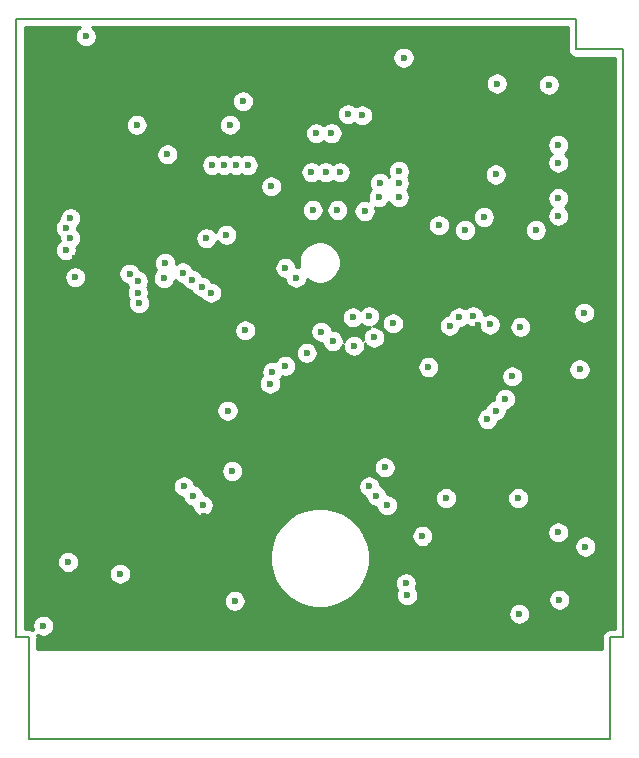
<source format=gbr>
G04 #@! TF.GenerationSoftware,KiCad,Pcbnew,5.1.6-c6e7f7d~86~ubuntu20.04.1*
G04 #@! TF.CreationDate,2020-05-17T16:09:38+03:00*
G04 #@! TF.ProjectId,GB-LIVE32,47422d4c-4956-4453-9332-2e6b69636164,v2.0*
G04 #@! TF.SameCoordinates,Original*
G04 #@! TF.FileFunction,Copper,L2,Inr*
G04 #@! TF.FilePolarity,Positive*
%FSLAX46Y46*%
G04 Gerber Fmt 4.6, Leading zero omitted, Abs format (unit mm)*
G04 Created by KiCad (PCBNEW 5.1.6-c6e7f7d~86~ubuntu20.04.1) date 2020-05-17 16:09:38*
%MOMM*%
%LPD*%
G01*
G04 APERTURE LIST*
G04 #@! TA.AperFunction,Profile*
%ADD10C,0.150000*%
G04 #@! TD*
G04 #@! TA.AperFunction,ViaPad*
%ADD11C,0.600000*%
G04 #@! TD*
G04 #@! TA.AperFunction,Conductor*
%ADD12C,0.254000*%
G04 #@! TD*
G04 APERTURE END LIST*
D10*
X121700000Y-41600000D02*
X125700000Y-41600000D01*
X121700000Y-39000000D02*
X121700000Y-41600000D01*
X125700000Y-41600000D02*
X125700000Y-91400000D01*
X74300000Y-39000000D02*
X121700000Y-39000000D01*
X74300000Y-91400000D02*
X74300000Y-39000000D01*
X124600000Y-91400000D02*
X125700000Y-91400000D01*
X75400000Y-91400000D02*
X74300000Y-91400000D01*
X124600000Y-91400000D02*
X124600000Y-100000000D01*
X75400000Y-100000000D02*
X124600000Y-100000000D01*
X75400000Y-91400000D02*
X75400000Y-100000000D01*
D11*
X84500000Y-48000000D03*
X92400000Y-48000000D03*
X93100000Y-39900000D03*
X92800000Y-86700000D03*
X120300000Y-86600000D03*
X123400000Y-90400000D03*
X78700000Y-88800000D03*
X81900000Y-89000000D03*
X90200000Y-81100000D03*
X84200000Y-81100000D03*
X110100000Y-89400000D03*
X110200000Y-81400000D03*
X110900000Y-81400000D03*
X86600000Y-46700000D03*
X81800000Y-43100000D03*
X81800000Y-44600000D03*
X96900000Y-40300000D03*
X107100000Y-44000000D03*
X122500000Y-82100000D03*
X120300000Y-80900000D03*
X105500000Y-75400000D03*
X107400000Y-89400000D03*
X107300000Y-82800000D03*
X103000000Y-69600000D03*
X97000000Y-72400000D03*
X97100000Y-58500000D03*
X79300000Y-59300000D03*
X92200000Y-73900000D03*
X114900000Y-50600000D03*
X110600000Y-44500000D03*
X113383309Y-64983309D03*
X97600000Y-53200000D03*
X96100000Y-48200000D03*
X94800000Y-42300000D03*
X83300000Y-46000000D03*
X78500000Y-48200000D03*
X84100000Y-50000000D03*
X120200000Y-52700000D03*
X87100000Y-52100000D03*
X124300000Y-52700000D03*
X92800000Y-88300000D03*
X78700000Y-85000000D03*
X107100000Y-42300000D03*
X122500000Y-83700000D03*
X120200000Y-82500000D03*
X105500000Y-77000000D03*
X107400000Y-87800000D03*
X97100000Y-60100000D03*
X79300000Y-60900000D03*
X92200000Y-72200000D03*
X114900000Y-52200000D03*
X115000000Y-44500000D03*
X119400000Y-44600000D03*
X92600000Y-77300000D03*
X122000000Y-68700000D03*
X95900000Y-53200000D03*
X120200000Y-51200000D03*
X87100000Y-50500000D03*
X80200000Y-40500000D03*
X93500000Y-46000000D03*
X76600000Y-90400004D03*
X120300000Y-88200000D03*
X116800000Y-79600000D03*
X92100000Y-57300000D03*
X103600000Y-47200000D03*
X110700000Y-79600000D03*
X93700000Y-65400000D03*
X95800000Y-69900000D03*
X101700000Y-52000000D03*
X102400000Y-47100000D03*
X98000000Y-60940000D03*
X122400002Y-63900000D03*
X99300000Y-52000000D03*
X99700000Y-48700000D03*
X113900000Y-55800006D03*
X118300000Y-56900000D03*
X100500000Y-52000000D03*
X101000000Y-48700000D03*
X78900000Y-55900000D03*
X114200000Y-72900000D03*
X78500000Y-56700000D03*
X114900000Y-72200000D03*
X78900000Y-57600000D03*
X115700000Y-71200000D03*
X78500000Y-58600000D03*
X116300000Y-69300000D03*
X83900000Y-60600000D03*
X90900000Y-51400000D03*
X84600000Y-61200000D03*
X91900000Y-51400000D03*
X84600000Y-62200000D03*
X92900000Y-51400000D03*
X84700000Y-63100000D03*
X93900000Y-51400000D03*
X90400000Y-57600000D03*
X103799994Y-55300000D03*
X104200000Y-78600000D03*
X88500000Y-78600000D03*
X104800000Y-79400000D03*
X89300006Y-79400000D03*
X105700000Y-80200000D03*
X90099992Y-80200000D03*
X96000000Y-68900000D03*
X106199978Y-64800000D03*
X97100000Y-68400000D03*
X104599978Y-66000000D03*
X117000000Y-65100000D03*
X109200000Y-68500000D03*
X98900000Y-67300000D03*
X102900006Y-66700000D03*
X100125000Y-65500000D03*
X102800000Y-64300000D03*
X101100000Y-66300000D03*
X104200000Y-64199994D03*
X112300000Y-56900000D03*
X110100000Y-56500000D03*
X111000000Y-65000000D03*
X90800000Y-62200000D03*
X111800000Y-64300010D03*
X90000004Y-61700000D03*
X113000000Y-64200000D03*
X89200000Y-61100000D03*
X114400000Y-64900000D03*
X88400000Y-60500000D03*
X83100000Y-86000000D03*
X108700000Y-82800000D03*
X107300000Y-86800000D03*
X116900000Y-89400000D03*
X120200000Y-49700000D03*
X106700000Y-51900000D03*
X101500000Y-55200000D03*
X99400001Y-55200000D03*
X86900000Y-59700000D03*
X120200000Y-54200000D03*
X106699992Y-52900000D03*
X105100000Y-52900000D03*
X86800000Y-61000000D03*
X120200000Y-55700000D03*
X105000000Y-54100000D03*
X106700008Y-54100000D03*
D12*
G36*
X79603972Y-39773738D02*
G01*
X79473738Y-39903972D01*
X79371414Y-40057111D01*
X79300932Y-40227271D01*
X79265000Y-40407911D01*
X79265000Y-40592089D01*
X79300932Y-40772729D01*
X79371414Y-40942889D01*
X79473738Y-41096028D01*
X79603972Y-41226262D01*
X79757111Y-41328586D01*
X79927271Y-41399068D01*
X80107911Y-41435000D01*
X80292089Y-41435000D01*
X80472729Y-41399068D01*
X80642889Y-41328586D01*
X80796028Y-41226262D01*
X80926262Y-41096028D01*
X81028586Y-40942889D01*
X81099068Y-40772729D01*
X81135000Y-40592089D01*
X81135000Y-40407911D01*
X81099068Y-40227271D01*
X81028586Y-40057111D01*
X80926262Y-39903972D01*
X80796028Y-39773738D01*
X80700637Y-39710000D01*
X120990000Y-39710000D01*
X120990001Y-41565113D01*
X120986565Y-41600000D01*
X121000273Y-41739184D01*
X121040872Y-41873020D01*
X121106800Y-41996363D01*
X121195525Y-42104475D01*
X121303637Y-42193200D01*
X121426980Y-42259128D01*
X121560816Y-42299727D01*
X121665123Y-42310000D01*
X121700000Y-42313435D01*
X121734877Y-42310000D01*
X124990000Y-42310000D01*
X124990001Y-90690000D01*
X124634877Y-90690000D01*
X124600000Y-90686565D01*
X124565123Y-90690000D01*
X124460816Y-90700273D01*
X124326980Y-90740872D01*
X124203637Y-90806800D01*
X124095525Y-90895525D01*
X124006800Y-91003637D01*
X123940872Y-91126980D01*
X123900273Y-91260816D01*
X123886565Y-91400000D01*
X123890000Y-91434876D01*
X123890000Y-92373000D01*
X76110000Y-92373000D01*
X76110000Y-91434876D01*
X76113435Y-91400000D01*
X76099727Y-91260816D01*
X76072878Y-91172307D01*
X76157111Y-91228590D01*
X76327271Y-91299072D01*
X76507911Y-91335004D01*
X76692089Y-91335004D01*
X76872729Y-91299072D01*
X77042889Y-91228590D01*
X77196028Y-91126266D01*
X77326262Y-90996032D01*
X77428586Y-90842893D01*
X77499068Y-90672733D01*
X77535000Y-90492093D01*
X77535000Y-90307915D01*
X77499068Y-90127275D01*
X77428586Y-89957115D01*
X77326262Y-89803976D01*
X77196028Y-89673742D01*
X77042889Y-89571418D01*
X76872729Y-89500936D01*
X76692089Y-89465004D01*
X76507911Y-89465004D01*
X76327271Y-89500936D01*
X76157111Y-89571418D01*
X76003972Y-89673742D01*
X75873738Y-89803976D01*
X75771414Y-89957115D01*
X75700932Y-90127275D01*
X75665000Y-90307915D01*
X75665000Y-90492093D01*
X75700932Y-90672733D01*
X75745118Y-90779409D01*
X75673020Y-90740872D01*
X75539184Y-90700273D01*
X75434877Y-90690000D01*
X75400000Y-90686565D01*
X75365123Y-90690000D01*
X75010000Y-90690000D01*
X75010000Y-89307911D01*
X115965000Y-89307911D01*
X115965000Y-89492089D01*
X116000932Y-89672729D01*
X116071414Y-89842889D01*
X116173738Y-89996028D01*
X116303972Y-90126262D01*
X116457111Y-90228586D01*
X116627271Y-90299068D01*
X116807911Y-90335000D01*
X116992089Y-90335000D01*
X117172729Y-90299068D01*
X117342889Y-90228586D01*
X117496028Y-90126262D01*
X117626262Y-89996028D01*
X117728586Y-89842889D01*
X117799068Y-89672729D01*
X117835000Y-89492089D01*
X117835000Y-89307911D01*
X117799068Y-89127271D01*
X117728586Y-88957111D01*
X117626262Y-88803972D01*
X117496028Y-88673738D01*
X117342889Y-88571414D01*
X117172729Y-88500932D01*
X116992089Y-88465000D01*
X116807911Y-88465000D01*
X116627271Y-88500932D01*
X116457111Y-88571414D01*
X116303972Y-88673738D01*
X116173738Y-88803972D01*
X116071414Y-88957111D01*
X116000932Y-89127271D01*
X115965000Y-89307911D01*
X75010000Y-89307911D01*
X75010000Y-88207911D01*
X91865000Y-88207911D01*
X91865000Y-88392089D01*
X91900932Y-88572729D01*
X91971414Y-88742889D01*
X92073738Y-88896028D01*
X92203972Y-89026262D01*
X92357111Y-89128586D01*
X92527271Y-89199068D01*
X92707911Y-89235000D01*
X92892089Y-89235000D01*
X93072729Y-89199068D01*
X93242889Y-89128586D01*
X93396028Y-89026262D01*
X93526262Y-88896028D01*
X93628586Y-88742889D01*
X93699068Y-88572729D01*
X93735000Y-88392089D01*
X93735000Y-88207911D01*
X93699068Y-88027271D01*
X93628586Y-87857111D01*
X93526262Y-87703972D01*
X93396028Y-87573738D01*
X93242889Y-87471414D01*
X93072729Y-87400932D01*
X92892089Y-87365000D01*
X92707911Y-87365000D01*
X92527271Y-87400932D01*
X92357111Y-87471414D01*
X92203972Y-87573738D01*
X92073738Y-87703972D01*
X91971414Y-87857111D01*
X91900932Y-88027271D01*
X91865000Y-88207911D01*
X75010000Y-88207911D01*
X75010000Y-84907911D01*
X77765000Y-84907911D01*
X77765000Y-85092089D01*
X77800932Y-85272729D01*
X77871414Y-85442889D01*
X77973738Y-85596028D01*
X78103972Y-85726262D01*
X78257111Y-85828586D01*
X78427271Y-85899068D01*
X78607911Y-85935000D01*
X78792089Y-85935000D01*
X78928272Y-85907911D01*
X82165000Y-85907911D01*
X82165000Y-86092089D01*
X82200932Y-86272729D01*
X82271414Y-86442889D01*
X82373738Y-86596028D01*
X82503972Y-86726262D01*
X82657111Y-86828586D01*
X82827271Y-86899068D01*
X83007911Y-86935000D01*
X83192089Y-86935000D01*
X83372729Y-86899068D01*
X83542889Y-86828586D01*
X83696028Y-86726262D01*
X83826262Y-86596028D01*
X83928586Y-86442889D01*
X83999068Y-86272729D01*
X84035000Y-86092089D01*
X84035000Y-85907911D01*
X83999068Y-85727271D01*
X83928586Y-85557111D01*
X83826262Y-85403972D01*
X83696028Y-85273738D01*
X83542889Y-85171414D01*
X83372729Y-85100932D01*
X83192089Y-85065000D01*
X83007911Y-85065000D01*
X82827271Y-85100932D01*
X82657111Y-85171414D01*
X82503972Y-85273738D01*
X82373738Y-85403972D01*
X82271414Y-85557111D01*
X82200932Y-85727271D01*
X82165000Y-85907911D01*
X78928272Y-85907911D01*
X78972729Y-85899068D01*
X79142889Y-85828586D01*
X79296028Y-85726262D01*
X79426262Y-85596028D01*
X79528586Y-85442889D01*
X79599068Y-85272729D01*
X79635000Y-85092089D01*
X79635000Y-84907911D01*
X79599068Y-84727271D01*
X79528586Y-84557111D01*
X79426262Y-84403972D01*
X79296028Y-84273738D01*
X79234894Y-84232889D01*
X95765000Y-84232889D01*
X95765000Y-85067111D01*
X95927749Y-85885304D01*
X96246992Y-86656025D01*
X96710461Y-87349655D01*
X97300345Y-87939539D01*
X97993975Y-88403008D01*
X98764696Y-88722251D01*
X99582889Y-88885000D01*
X100417111Y-88885000D01*
X101235304Y-88722251D01*
X102006025Y-88403008D01*
X102699655Y-87939539D01*
X103289539Y-87349655D01*
X103718338Y-86707911D01*
X106365000Y-86707911D01*
X106365000Y-86892089D01*
X106400932Y-87072729D01*
X106471414Y-87242889D01*
X106562352Y-87378988D01*
X106500932Y-87527271D01*
X106465000Y-87707911D01*
X106465000Y-87892089D01*
X106500932Y-88072729D01*
X106571414Y-88242889D01*
X106673738Y-88396028D01*
X106803972Y-88526262D01*
X106957111Y-88628586D01*
X107127271Y-88699068D01*
X107307911Y-88735000D01*
X107492089Y-88735000D01*
X107672729Y-88699068D01*
X107842889Y-88628586D01*
X107996028Y-88526262D01*
X108126262Y-88396028D01*
X108228586Y-88242889D01*
X108284495Y-88107911D01*
X119365000Y-88107911D01*
X119365000Y-88292089D01*
X119400932Y-88472729D01*
X119471414Y-88642889D01*
X119573738Y-88796028D01*
X119703972Y-88926262D01*
X119857111Y-89028586D01*
X120027271Y-89099068D01*
X120207911Y-89135000D01*
X120392089Y-89135000D01*
X120572729Y-89099068D01*
X120742889Y-89028586D01*
X120896028Y-88926262D01*
X121026262Y-88796028D01*
X121128586Y-88642889D01*
X121199068Y-88472729D01*
X121235000Y-88292089D01*
X121235000Y-88107911D01*
X121199068Y-87927271D01*
X121128586Y-87757111D01*
X121026262Y-87603972D01*
X120896028Y-87473738D01*
X120742889Y-87371414D01*
X120572729Y-87300932D01*
X120392089Y-87265000D01*
X120207911Y-87265000D01*
X120027271Y-87300932D01*
X119857111Y-87371414D01*
X119703972Y-87473738D01*
X119573738Y-87603972D01*
X119471414Y-87757111D01*
X119400932Y-87927271D01*
X119365000Y-88107911D01*
X108284495Y-88107911D01*
X108299068Y-88072729D01*
X108335000Y-87892089D01*
X108335000Y-87707911D01*
X108299068Y-87527271D01*
X108228586Y-87357111D01*
X108137648Y-87221012D01*
X108199068Y-87072729D01*
X108235000Y-86892089D01*
X108235000Y-86707911D01*
X108199068Y-86527271D01*
X108128586Y-86357111D01*
X108026262Y-86203972D01*
X107896028Y-86073738D01*
X107742889Y-85971414D01*
X107572729Y-85900932D01*
X107392089Y-85865000D01*
X107207911Y-85865000D01*
X107027271Y-85900932D01*
X106857111Y-85971414D01*
X106703972Y-86073738D01*
X106573738Y-86203972D01*
X106471414Y-86357111D01*
X106400932Y-86527271D01*
X106365000Y-86707911D01*
X103718338Y-86707911D01*
X103753008Y-86656025D01*
X104072251Y-85885304D01*
X104235000Y-85067111D01*
X104235000Y-84232889D01*
X104072251Y-83414696D01*
X103779492Y-82707911D01*
X107765000Y-82707911D01*
X107765000Y-82892089D01*
X107800932Y-83072729D01*
X107871414Y-83242889D01*
X107973738Y-83396028D01*
X108103972Y-83526262D01*
X108257111Y-83628586D01*
X108427271Y-83699068D01*
X108607911Y-83735000D01*
X108792089Y-83735000D01*
X108972729Y-83699068D01*
X109142889Y-83628586D01*
X109173831Y-83607911D01*
X121565000Y-83607911D01*
X121565000Y-83792089D01*
X121600932Y-83972729D01*
X121671414Y-84142889D01*
X121773738Y-84296028D01*
X121903972Y-84426262D01*
X122057111Y-84528586D01*
X122227271Y-84599068D01*
X122407911Y-84635000D01*
X122592089Y-84635000D01*
X122772729Y-84599068D01*
X122942889Y-84528586D01*
X123096028Y-84426262D01*
X123226262Y-84296028D01*
X123328586Y-84142889D01*
X123399068Y-83972729D01*
X123435000Y-83792089D01*
X123435000Y-83607911D01*
X123399068Y-83427271D01*
X123328586Y-83257111D01*
X123226262Y-83103972D01*
X123096028Y-82973738D01*
X122942889Y-82871414D01*
X122772729Y-82800932D01*
X122592089Y-82765000D01*
X122407911Y-82765000D01*
X122227271Y-82800932D01*
X122057111Y-82871414D01*
X121903972Y-82973738D01*
X121773738Y-83103972D01*
X121671414Y-83257111D01*
X121600932Y-83427271D01*
X121565000Y-83607911D01*
X109173831Y-83607911D01*
X109296028Y-83526262D01*
X109426262Y-83396028D01*
X109528586Y-83242889D01*
X109599068Y-83072729D01*
X109635000Y-82892089D01*
X109635000Y-82707911D01*
X109599068Y-82527271D01*
X109549628Y-82407911D01*
X119265000Y-82407911D01*
X119265000Y-82592089D01*
X119300932Y-82772729D01*
X119371414Y-82942889D01*
X119473738Y-83096028D01*
X119603972Y-83226262D01*
X119757111Y-83328586D01*
X119927271Y-83399068D01*
X120107911Y-83435000D01*
X120292089Y-83435000D01*
X120472729Y-83399068D01*
X120642889Y-83328586D01*
X120796028Y-83226262D01*
X120926262Y-83096028D01*
X121028586Y-82942889D01*
X121099068Y-82772729D01*
X121135000Y-82592089D01*
X121135000Y-82407911D01*
X121099068Y-82227271D01*
X121028586Y-82057111D01*
X120926262Y-81903972D01*
X120796028Y-81773738D01*
X120642889Y-81671414D01*
X120472729Y-81600932D01*
X120292089Y-81565000D01*
X120107911Y-81565000D01*
X119927271Y-81600932D01*
X119757111Y-81671414D01*
X119603972Y-81773738D01*
X119473738Y-81903972D01*
X119371414Y-82057111D01*
X119300932Y-82227271D01*
X119265000Y-82407911D01*
X109549628Y-82407911D01*
X109528586Y-82357111D01*
X109426262Y-82203972D01*
X109296028Y-82073738D01*
X109142889Y-81971414D01*
X108972729Y-81900932D01*
X108792089Y-81865000D01*
X108607911Y-81865000D01*
X108427271Y-81900932D01*
X108257111Y-81971414D01*
X108103972Y-82073738D01*
X107973738Y-82203972D01*
X107871414Y-82357111D01*
X107800932Y-82527271D01*
X107765000Y-82707911D01*
X103779492Y-82707911D01*
X103753008Y-82643975D01*
X103289539Y-81950345D01*
X102699655Y-81360461D01*
X102006025Y-80896992D01*
X101235304Y-80577749D01*
X100417111Y-80415000D01*
X99582889Y-80415000D01*
X98764696Y-80577749D01*
X97993975Y-80896992D01*
X97300345Y-81360461D01*
X96710461Y-81950345D01*
X96246992Y-82643975D01*
X95927749Y-83414696D01*
X95765000Y-84232889D01*
X79234894Y-84232889D01*
X79142889Y-84171414D01*
X78972729Y-84100932D01*
X78792089Y-84065000D01*
X78607911Y-84065000D01*
X78427271Y-84100932D01*
X78257111Y-84171414D01*
X78103972Y-84273738D01*
X77973738Y-84403972D01*
X77871414Y-84557111D01*
X77800932Y-84727271D01*
X77765000Y-84907911D01*
X75010000Y-84907911D01*
X75010000Y-78507911D01*
X87565000Y-78507911D01*
X87565000Y-78692089D01*
X87600932Y-78872729D01*
X87671414Y-79042889D01*
X87773738Y-79196028D01*
X87903972Y-79326262D01*
X88057111Y-79428586D01*
X88227271Y-79499068D01*
X88372126Y-79527882D01*
X88400938Y-79672729D01*
X88471420Y-79842889D01*
X88573744Y-79996028D01*
X88703978Y-80126262D01*
X88857117Y-80228586D01*
X89027277Y-80299068D01*
X89172111Y-80327878D01*
X89200924Y-80472729D01*
X89271406Y-80642889D01*
X89373730Y-80796028D01*
X89503964Y-80926262D01*
X89657103Y-81028586D01*
X89827263Y-81099068D01*
X90007903Y-81135000D01*
X90192081Y-81135000D01*
X90372721Y-81099068D01*
X90542881Y-81028586D01*
X90696020Y-80926262D01*
X90826254Y-80796028D01*
X90928578Y-80642889D01*
X90999060Y-80472729D01*
X91034992Y-80292089D01*
X91034992Y-80107911D01*
X90999060Y-79927271D01*
X90928578Y-79757111D01*
X90826254Y-79603972D01*
X90696020Y-79473738D01*
X90542881Y-79371414D01*
X90372721Y-79300932D01*
X90227887Y-79272122D01*
X90199074Y-79127271D01*
X90128592Y-78957111D01*
X90026268Y-78803972D01*
X89896034Y-78673738D01*
X89742895Y-78571414D01*
X89589584Y-78507911D01*
X103265000Y-78507911D01*
X103265000Y-78692089D01*
X103300932Y-78872729D01*
X103371414Y-79042889D01*
X103473738Y-79196028D01*
X103603972Y-79326262D01*
X103757111Y-79428586D01*
X103865000Y-79473275D01*
X103865000Y-79492089D01*
X103900932Y-79672729D01*
X103971414Y-79842889D01*
X104073738Y-79996028D01*
X104203972Y-80126262D01*
X104357111Y-80228586D01*
X104527271Y-80299068D01*
X104707911Y-80335000D01*
X104773536Y-80335000D01*
X104800932Y-80472729D01*
X104871414Y-80642889D01*
X104973738Y-80796028D01*
X105103972Y-80926262D01*
X105257111Y-81028586D01*
X105427271Y-81099068D01*
X105607911Y-81135000D01*
X105792089Y-81135000D01*
X105972729Y-81099068D01*
X106142889Y-81028586D01*
X106296028Y-80926262D01*
X106426262Y-80796028D01*
X106528586Y-80642889D01*
X106599068Y-80472729D01*
X106635000Y-80292089D01*
X106635000Y-80107911D01*
X106599068Y-79927271D01*
X106528586Y-79757111D01*
X106426262Y-79603972D01*
X106330201Y-79507911D01*
X109765000Y-79507911D01*
X109765000Y-79692089D01*
X109800932Y-79872729D01*
X109871414Y-80042889D01*
X109973738Y-80196028D01*
X110103972Y-80326262D01*
X110257111Y-80428586D01*
X110427271Y-80499068D01*
X110607911Y-80535000D01*
X110792089Y-80535000D01*
X110972729Y-80499068D01*
X111142889Y-80428586D01*
X111296028Y-80326262D01*
X111426262Y-80196028D01*
X111528586Y-80042889D01*
X111599068Y-79872729D01*
X111635000Y-79692089D01*
X111635000Y-79507911D01*
X115865000Y-79507911D01*
X115865000Y-79692089D01*
X115900932Y-79872729D01*
X115971414Y-80042889D01*
X116073738Y-80196028D01*
X116203972Y-80326262D01*
X116357111Y-80428586D01*
X116527271Y-80499068D01*
X116707911Y-80535000D01*
X116892089Y-80535000D01*
X117072729Y-80499068D01*
X117242889Y-80428586D01*
X117396028Y-80326262D01*
X117526262Y-80196028D01*
X117628586Y-80042889D01*
X117699068Y-79872729D01*
X117735000Y-79692089D01*
X117735000Y-79507911D01*
X117699068Y-79327271D01*
X117628586Y-79157111D01*
X117526262Y-79003972D01*
X117396028Y-78873738D01*
X117242889Y-78771414D01*
X117072729Y-78700932D01*
X116892089Y-78665000D01*
X116707911Y-78665000D01*
X116527271Y-78700932D01*
X116357111Y-78771414D01*
X116203972Y-78873738D01*
X116073738Y-79003972D01*
X115971414Y-79157111D01*
X115900932Y-79327271D01*
X115865000Y-79507911D01*
X111635000Y-79507911D01*
X111599068Y-79327271D01*
X111528586Y-79157111D01*
X111426262Y-79003972D01*
X111296028Y-78873738D01*
X111142889Y-78771414D01*
X110972729Y-78700932D01*
X110792089Y-78665000D01*
X110607911Y-78665000D01*
X110427271Y-78700932D01*
X110257111Y-78771414D01*
X110103972Y-78873738D01*
X109973738Y-79003972D01*
X109871414Y-79157111D01*
X109800932Y-79327271D01*
X109765000Y-79507911D01*
X106330201Y-79507911D01*
X106296028Y-79473738D01*
X106142889Y-79371414D01*
X105972729Y-79300932D01*
X105792089Y-79265000D01*
X105726464Y-79265000D01*
X105699068Y-79127271D01*
X105628586Y-78957111D01*
X105526262Y-78803972D01*
X105396028Y-78673738D01*
X105242889Y-78571414D01*
X105135000Y-78526725D01*
X105135000Y-78507911D01*
X105099068Y-78327271D01*
X105028586Y-78157111D01*
X104926262Y-78003972D01*
X104796028Y-77873738D01*
X104642889Y-77771414D01*
X104472729Y-77700932D01*
X104292089Y-77665000D01*
X104107911Y-77665000D01*
X103927271Y-77700932D01*
X103757111Y-77771414D01*
X103603972Y-77873738D01*
X103473738Y-78003972D01*
X103371414Y-78157111D01*
X103300932Y-78327271D01*
X103265000Y-78507911D01*
X89589584Y-78507911D01*
X89572735Y-78500932D01*
X89427880Y-78472118D01*
X89399068Y-78327271D01*
X89328586Y-78157111D01*
X89226262Y-78003972D01*
X89096028Y-77873738D01*
X88942889Y-77771414D01*
X88772729Y-77700932D01*
X88592089Y-77665000D01*
X88407911Y-77665000D01*
X88227271Y-77700932D01*
X88057111Y-77771414D01*
X87903972Y-77873738D01*
X87773738Y-78003972D01*
X87671414Y-78157111D01*
X87600932Y-78327271D01*
X87565000Y-78507911D01*
X75010000Y-78507911D01*
X75010000Y-77207911D01*
X91665000Y-77207911D01*
X91665000Y-77392089D01*
X91700932Y-77572729D01*
X91771414Y-77742889D01*
X91873738Y-77896028D01*
X92003972Y-78026262D01*
X92157111Y-78128586D01*
X92327271Y-78199068D01*
X92507911Y-78235000D01*
X92692089Y-78235000D01*
X92872729Y-78199068D01*
X93042889Y-78128586D01*
X93196028Y-78026262D01*
X93326262Y-77896028D01*
X93428586Y-77742889D01*
X93499068Y-77572729D01*
X93535000Y-77392089D01*
X93535000Y-77207911D01*
X93499068Y-77027271D01*
X93449628Y-76907911D01*
X104565000Y-76907911D01*
X104565000Y-77092089D01*
X104600932Y-77272729D01*
X104671414Y-77442889D01*
X104773738Y-77596028D01*
X104903972Y-77726262D01*
X105057111Y-77828586D01*
X105227271Y-77899068D01*
X105407911Y-77935000D01*
X105592089Y-77935000D01*
X105772729Y-77899068D01*
X105942889Y-77828586D01*
X106096028Y-77726262D01*
X106226262Y-77596028D01*
X106328586Y-77442889D01*
X106399068Y-77272729D01*
X106435000Y-77092089D01*
X106435000Y-76907911D01*
X106399068Y-76727271D01*
X106328586Y-76557111D01*
X106226262Y-76403972D01*
X106096028Y-76273738D01*
X105942889Y-76171414D01*
X105772729Y-76100932D01*
X105592089Y-76065000D01*
X105407911Y-76065000D01*
X105227271Y-76100932D01*
X105057111Y-76171414D01*
X104903972Y-76273738D01*
X104773738Y-76403972D01*
X104671414Y-76557111D01*
X104600932Y-76727271D01*
X104565000Y-76907911D01*
X93449628Y-76907911D01*
X93428586Y-76857111D01*
X93326262Y-76703972D01*
X93196028Y-76573738D01*
X93042889Y-76471414D01*
X92872729Y-76400932D01*
X92692089Y-76365000D01*
X92507911Y-76365000D01*
X92327271Y-76400932D01*
X92157111Y-76471414D01*
X92003972Y-76573738D01*
X91873738Y-76703972D01*
X91771414Y-76857111D01*
X91700932Y-77027271D01*
X91665000Y-77207911D01*
X75010000Y-77207911D01*
X75010000Y-72107911D01*
X91265000Y-72107911D01*
X91265000Y-72292089D01*
X91300932Y-72472729D01*
X91371414Y-72642889D01*
X91473738Y-72796028D01*
X91603972Y-72926262D01*
X91757111Y-73028586D01*
X91927271Y-73099068D01*
X92107911Y-73135000D01*
X92292089Y-73135000D01*
X92472729Y-73099068D01*
X92642889Y-73028586D01*
X92796028Y-72926262D01*
X92914379Y-72807911D01*
X113265000Y-72807911D01*
X113265000Y-72992089D01*
X113300932Y-73172729D01*
X113371414Y-73342889D01*
X113473738Y-73496028D01*
X113603972Y-73626262D01*
X113757111Y-73728586D01*
X113927271Y-73799068D01*
X114107911Y-73835000D01*
X114292089Y-73835000D01*
X114472729Y-73799068D01*
X114642889Y-73728586D01*
X114796028Y-73626262D01*
X114926262Y-73496028D01*
X115028586Y-73342889D01*
X115099068Y-73172729D01*
X115111289Y-73111289D01*
X115172729Y-73099068D01*
X115342889Y-73028586D01*
X115496028Y-72926262D01*
X115626262Y-72796028D01*
X115728586Y-72642889D01*
X115799068Y-72472729D01*
X115835000Y-72292089D01*
X115835000Y-72126464D01*
X115972729Y-72099068D01*
X116142889Y-72028586D01*
X116296028Y-71926262D01*
X116426262Y-71796028D01*
X116528586Y-71642889D01*
X116599068Y-71472729D01*
X116635000Y-71292089D01*
X116635000Y-71107911D01*
X116599068Y-70927271D01*
X116528586Y-70757111D01*
X116426262Y-70603972D01*
X116296028Y-70473738D01*
X116142889Y-70371414D01*
X115972729Y-70300932D01*
X115792089Y-70265000D01*
X115607911Y-70265000D01*
X115427271Y-70300932D01*
X115257111Y-70371414D01*
X115103972Y-70473738D01*
X114973738Y-70603972D01*
X114871414Y-70757111D01*
X114800932Y-70927271D01*
X114765000Y-71107911D01*
X114765000Y-71273536D01*
X114627271Y-71300932D01*
X114457111Y-71371414D01*
X114303972Y-71473738D01*
X114173738Y-71603972D01*
X114071414Y-71757111D01*
X114000932Y-71927271D01*
X113988711Y-71988711D01*
X113927271Y-72000932D01*
X113757111Y-72071414D01*
X113603972Y-72173738D01*
X113473738Y-72303972D01*
X113371414Y-72457111D01*
X113300932Y-72627271D01*
X113265000Y-72807911D01*
X92914379Y-72807911D01*
X92926262Y-72796028D01*
X93028586Y-72642889D01*
X93099068Y-72472729D01*
X93135000Y-72292089D01*
X93135000Y-72107911D01*
X93099068Y-71927271D01*
X93028586Y-71757111D01*
X92926262Y-71603972D01*
X92796028Y-71473738D01*
X92642889Y-71371414D01*
X92472729Y-71300932D01*
X92292089Y-71265000D01*
X92107911Y-71265000D01*
X91927271Y-71300932D01*
X91757111Y-71371414D01*
X91603972Y-71473738D01*
X91473738Y-71603972D01*
X91371414Y-71757111D01*
X91300932Y-71927271D01*
X91265000Y-72107911D01*
X75010000Y-72107911D01*
X75010000Y-69807911D01*
X94865000Y-69807911D01*
X94865000Y-69992089D01*
X94900932Y-70172729D01*
X94971414Y-70342889D01*
X95073738Y-70496028D01*
X95203972Y-70626262D01*
X95357111Y-70728586D01*
X95527271Y-70799068D01*
X95707911Y-70835000D01*
X95892089Y-70835000D01*
X96072729Y-70799068D01*
X96242889Y-70728586D01*
X96396028Y-70626262D01*
X96526262Y-70496028D01*
X96628586Y-70342889D01*
X96699068Y-70172729D01*
X96735000Y-69992089D01*
X96735000Y-69807911D01*
X96699068Y-69627271D01*
X96668593Y-69553697D01*
X96726262Y-69496028D01*
X96828586Y-69342889D01*
X96845255Y-69302645D01*
X97007911Y-69335000D01*
X97192089Y-69335000D01*
X97372729Y-69299068D01*
X97542889Y-69228586D01*
X97696028Y-69126262D01*
X97826262Y-68996028D01*
X97928586Y-68842889D01*
X97999068Y-68672729D01*
X98035000Y-68492089D01*
X98035000Y-68407911D01*
X108265000Y-68407911D01*
X108265000Y-68592089D01*
X108300932Y-68772729D01*
X108371414Y-68942889D01*
X108473738Y-69096028D01*
X108603972Y-69226262D01*
X108757111Y-69328586D01*
X108927271Y-69399068D01*
X109107911Y-69435000D01*
X109292089Y-69435000D01*
X109472729Y-69399068D01*
X109642889Y-69328586D01*
X109796028Y-69226262D01*
X109814379Y-69207911D01*
X115365000Y-69207911D01*
X115365000Y-69392089D01*
X115400932Y-69572729D01*
X115471414Y-69742889D01*
X115573738Y-69896028D01*
X115703972Y-70026262D01*
X115857111Y-70128586D01*
X116027271Y-70199068D01*
X116207911Y-70235000D01*
X116392089Y-70235000D01*
X116572729Y-70199068D01*
X116742889Y-70128586D01*
X116896028Y-70026262D01*
X117026262Y-69896028D01*
X117128586Y-69742889D01*
X117199068Y-69572729D01*
X117235000Y-69392089D01*
X117235000Y-69207911D01*
X117199068Y-69027271D01*
X117128586Y-68857111D01*
X117026262Y-68703972D01*
X116930201Y-68607911D01*
X121065000Y-68607911D01*
X121065000Y-68792089D01*
X121100932Y-68972729D01*
X121171414Y-69142889D01*
X121273738Y-69296028D01*
X121403972Y-69426262D01*
X121557111Y-69528586D01*
X121727271Y-69599068D01*
X121907911Y-69635000D01*
X122092089Y-69635000D01*
X122272729Y-69599068D01*
X122442889Y-69528586D01*
X122596028Y-69426262D01*
X122726262Y-69296028D01*
X122828586Y-69142889D01*
X122899068Y-68972729D01*
X122935000Y-68792089D01*
X122935000Y-68607911D01*
X122899068Y-68427271D01*
X122828586Y-68257111D01*
X122726262Y-68103972D01*
X122596028Y-67973738D01*
X122442889Y-67871414D01*
X122272729Y-67800932D01*
X122092089Y-67765000D01*
X121907911Y-67765000D01*
X121727271Y-67800932D01*
X121557111Y-67871414D01*
X121403972Y-67973738D01*
X121273738Y-68103972D01*
X121171414Y-68257111D01*
X121100932Y-68427271D01*
X121065000Y-68607911D01*
X116930201Y-68607911D01*
X116896028Y-68573738D01*
X116742889Y-68471414D01*
X116572729Y-68400932D01*
X116392089Y-68365000D01*
X116207911Y-68365000D01*
X116027271Y-68400932D01*
X115857111Y-68471414D01*
X115703972Y-68573738D01*
X115573738Y-68703972D01*
X115471414Y-68857111D01*
X115400932Y-69027271D01*
X115365000Y-69207911D01*
X109814379Y-69207911D01*
X109926262Y-69096028D01*
X110028586Y-68942889D01*
X110099068Y-68772729D01*
X110135000Y-68592089D01*
X110135000Y-68407911D01*
X110099068Y-68227271D01*
X110028586Y-68057111D01*
X109926262Y-67903972D01*
X109796028Y-67773738D01*
X109642889Y-67671414D01*
X109472729Y-67600932D01*
X109292089Y-67565000D01*
X109107911Y-67565000D01*
X108927271Y-67600932D01*
X108757111Y-67671414D01*
X108603972Y-67773738D01*
X108473738Y-67903972D01*
X108371414Y-68057111D01*
X108300932Y-68227271D01*
X108265000Y-68407911D01*
X98035000Y-68407911D01*
X98035000Y-68307911D01*
X97999068Y-68127271D01*
X97928586Y-67957111D01*
X97826262Y-67803972D01*
X97696028Y-67673738D01*
X97542889Y-67571414D01*
X97372729Y-67500932D01*
X97192089Y-67465000D01*
X97007911Y-67465000D01*
X96827271Y-67500932D01*
X96657111Y-67571414D01*
X96503972Y-67673738D01*
X96373738Y-67803972D01*
X96271414Y-67957111D01*
X96254745Y-67997355D01*
X96092089Y-67965000D01*
X95907911Y-67965000D01*
X95727271Y-68000932D01*
X95557111Y-68071414D01*
X95403972Y-68173738D01*
X95273738Y-68303972D01*
X95171414Y-68457111D01*
X95100932Y-68627271D01*
X95065000Y-68807911D01*
X95065000Y-68992089D01*
X95100932Y-69172729D01*
X95131407Y-69246303D01*
X95073738Y-69303972D01*
X94971414Y-69457111D01*
X94900932Y-69627271D01*
X94865000Y-69807911D01*
X75010000Y-69807911D01*
X75010000Y-67207911D01*
X97965000Y-67207911D01*
X97965000Y-67392089D01*
X98000932Y-67572729D01*
X98071414Y-67742889D01*
X98173738Y-67896028D01*
X98303972Y-68026262D01*
X98457111Y-68128586D01*
X98627271Y-68199068D01*
X98807911Y-68235000D01*
X98992089Y-68235000D01*
X99172729Y-68199068D01*
X99342889Y-68128586D01*
X99496028Y-68026262D01*
X99626262Y-67896028D01*
X99728586Y-67742889D01*
X99799068Y-67572729D01*
X99835000Y-67392089D01*
X99835000Y-67207911D01*
X99799068Y-67027271D01*
X99728586Y-66857111D01*
X99626262Y-66703972D01*
X99496028Y-66573738D01*
X99342889Y-66471414D01*
X99172729Y-66400932D01*
X98992089Y-66365000D01*
X98807911Y-66365000D01*
X98627271Y-66400932D01*
X98457111Y-66471414D01*
X98303972Y-66573738D01*
X98173738Y-66703972D01*
X98071414Y-66857111D01*
X98000932Y-67027271D01*
X97965000Y-67207911D01*
X75010000Y-67207911D01*
X75010000Y-65307911D01*
X92765000Y-65307911D01*
X92765000Y-65492089D01*
X92800932Y-65672729D01*
X92871414Y-65842889D01*
X92973738Y-65996028D01*
X93103972Y-66126262D01*
X93257111Y-66228586D01*
X93427271Y-66299068D01*
X93607911Y-66335000D01*
X93792089Y-66335000D01*
X93972729Y-66299068D01*
X94142889Y-66228586D01*
X94296028Y-66126262D01*
X94426262Y-65996028D01*
X94528586Y-65842889D01*
X94599068Y-65672729D01*
X94635000Y-65492089D01*
X94635000Y-65407911D01*
X99190000Y-65407911D01*
X99190000Y-65592089D01*
X99225932Y-65772729D01*
X99296414Y-65942889D01*
X99398738Y-66096028D01*
X99528972Y-66226262D01*
X99682111Y-66328586D01*
X99852271Y-66399068D01*
X100032911Y-66435000D01*
X100173536Y-66435000D01*
X100200932Y-66572729D01*
X100271414Y-66742889D01*
X100373738Y-66896028D01*
X100503972Y-67026262D01*
X100657111Y-67128586D01*
X100827271Y-67199068D01*
X101007911Y-67235000D01*
X101192089Y-67235000D01*
X101372729Y-67199068D01*
X101542889Y-67128586D01*
X101696028Y-67026262D01*
X101826262Y-66896028D01*
X101928586Y-66742889D01*
X101965006Y-66654963D01*
X101965006Y-66792089D01*
X102000938Y-66972729D01*
X102071420Y-67142889D01*
X102173744Y-67296028D01*
X102303978Y-67426262D01*
X102457117Y-67528586D01*
X102627277Y-67599068D01*
X102807917Y-67635000D01*
X102992095Y-67635000D01*
X103172735Y-67599068D01*
X103342895Y-67528586D01*
X103496034Y-67426262D01*
X103626268Y-67296028D01*
X103728592Y-67142889D01*
X103799074Y-66972729D01*
X103835006Y-66792089D01*
X103835006Y-66607911D01*
X103815232Y-66508500D01*
X103873716Y-66596028D01*
X104003950Y-66726262D01*
X104157089Y-66828586D01*
X104327249Y-66899068D01*
X104507889Y-66935000D01*
X104692067Y-66935000D01*
X104872707Y-66899068D01*
X105042867Y-66828586D01*
X105196006Y-66726262D01*
X105326240Y-66596028D01*
X105428564Y-66442889D01*
X105499046Y-66272729D01*
X105534978Y-66092089D01*
X105534978Y-65907911D01*
X105499046Y-65727271D01*
X105428564Y-65557111D01*
X105326240Y-65403972D01*
X105196006Y-65273738D01*
X105042867Y-65171414D01*
X104872707Y-65100932D01*
X104692067Y-65065000D01*
X104554963Y-65065000D01*
X104642889Y-65028580D01*
X104796028Y-64926256D01*
X104926262Y-64796022D01*
X104985135Y-64707911D01*
X105264978Y-64707911D01*
X105264978Y-64892089D01*
X105300910Y-65072729D01*
X105371392Y-65242889D01*
X105473716Y-65396028D01*
X105603950Y-65526262D01*
X105757089Y-65628586D01*
X105927249Y-65699068D01*
X106107889Y-65735000D01*
X106292067Y-65735000D01*
X106472707Y-65699068D01*
X106642867Y-65628586D01*
X106796006Y-65526262D01*
X106926240Y-65396028D01*
X107028564Y-65242889D01*
X107099046Y-65072729D01*
X107131830Y-64907911D01*
X110065000Y-64907911D01*
X110065000Y-65092089D01*
X110100932Y-65272729D01*
X110171414Y-65442889D01*
X110273738Y-65596028D01*
X110403972Y-65726262D01*
X110557111Y-65828586D01*
X110727271Y-65899068D01*
X110907911Y-65935000D01*
X111092089Y-65935000D01*
X111272729Y-65899068D01*
X111442889Y-65828586D01*
X111596028Y-65726262D01*
X111726262Y-65596028D01*
X111828586Y-65442889D01*
X111899068Y-65272729D01*
X111907167Y-65232011D01*
X112072729Y-65199078D01*
X112242889Y-65128596D01*
X112396028Y-65026272D01*
X112459162Y-64963138D01*
X112557111Y-65028586D01*
X112727271Y-65099068D01*
X112907911Y-65135000D01*
X113092089Y-65135000D01*
X113272729Y-65099068D01*
X113442889Y-65028586D01*
X113468814Y-65011263D01*
X113500932Y-65172729D01*
X113571414Y-65342889D01*
X113673738Y-65496028D01*
X113803972Y-65626262D01*
X113957111Y-65728586D01*
X114127271Y-65799068D01*
X114307911Y-65835000D01*
X114492089Y-65835000D01*
X114672729Y-65799068D01*
X114842889Y-65728586D01*
X114996028Y-65626262D01*
X115126262Y-65496028D01*
X115228586Y-65342889D01*
X115299068Y-65172729D01*
X115331852Y-65007911D01*
X116065000Y-65007911D01*
X116065000Y-65192089D01*
X116100932Y-65372729D01*
X116171414Y-65542889D01*
X116273738Y-65696028D01*
X116403972Y-65826262D01*
X116557111Y-65928586D01*
X116727271Y-65999068D01*
X116907911Y-66035000D01*
X117092089Y-66035000D01*
X117272729Y-65999068D01*
X117442889Y-65928586D01*
X117596028Y-65826262D01*
X117726262Y-65696028D01*
X117828586Y-65542889D01*
X117899068Y-65372729D01*
X117935000Y-65192089D01*
X117935000Y-65007911D01*
X117899068Y-64827271D01*
X117828586Y-64657111D01*
X117726262Y-64503972D01*
X117596028Y-64373738D01*
X117442889Y-64271414D01*
X117272729Y-64200932D01*
X117092089Y-64165000D01*
X116907911Y-64165000D01*
X116727271Y-64200932D01*
X116557111Y-64271414D01*
X116403972Y-64373738D01*
X116273738Y-64503972D01*
X116171414Y-64657111D01*
X116100932Y-64827271D01*
X116065000Y-65007911D01*
X115331852Y-65007911D01*
X115335000Y-64992089D01*
X115335000Y-64807911D01*
X115299068Y-64627271D01*
X115228586Y-64457111D01*
X115126262Y-64303972D01*
X114996028Y-64173738D01*
X114842889Y-64071414D01*
X114672729Y-64000932D01*
X114492089Y-63965000D01*
X114307911Y-63965000D01*
X114127271Y-64000932D01*
X113957111Y-64071414D01*
X113931186Y-64088737D01*
X113899068Y-63927271D01*
X113849628Y-63807911D01*
X121465002Y-63807911D01*
X121465002Y-63992089D01*
X121500934Y-64172729D01*
X121571416Y-64342889D01*
X121673740Y-64496028D01*
X121803974Y-64626262D01*
X121957113Y-64728586D01*
X122127273Y-64799068D01*
X122307913Y-64835000D01*
X122492091Y-64835000D01*
X122672731Y-64799068D01*
X122842891Y-64728586D01*
X122996030Y-64626262D01*
X123126264Y-64496028D01*
X123228588Y-64342889D01*
X123299070Y-64172729D01*
X123335002Y-63992089D01*
X123335002Y-63807911D01*
X123299070Y-63627271D01*
X123228588Y-63457111D01*
X123126264Y-63303972D01*
X122996030Y-63173738D01*
X122842891Y-63071414D01*
X122672731Y-63000932D01*
X122492091Y-62965000D01*
X122307913Y-62965000D01*
X122127273Y-63000932D01*
X121957113Y-63071414D01*
X121803974Y-63173738D01*
X121673740Y-63303972D01*
X121571416Y-63457111D01*
X121500934Y-63627271D01*
X121465002Y-63807911D01*
X113849628Y-63807911D01*
X113828586Y-63757111D01*
X113726262Y-63603972D01*
X113596028Y-63473738D01*
X113442889Y-63371414D01*
X113272729Y-63300932D01*
X113092089Y-63265000D01*
X112907911Y-63265000D01*
X112727271Y-63300932D01*
X112557111Y-63371414D01*
X112403972Y-63473738D01*
X112340838Y-63536872D01*
X112242889Y-63471424D01*
X112072729Y-63400942D01*
X111892089Y-63365010D01*
X111707911Y-63365010D01*
X111527271Y-63400942D01*
X111357111Y-63471424D01*
X111203972Y-63573748D01*
X111073738Y-63703982D01*
X110971414Y-63857121D01*
X110900932Y-64027281D01*
X110892833Y-64067999D01*
X110727271Y-64100932D01*
X110557111Y-64171414D01*
X110403972Y-64273738D01*
X110273738Y-64403972D01*
X110171414Y-64557111D01*
X110100932Y-64727271D01*
X110065000Y-64907911D01*
X107131830Y-64907911D01*
X107134978Y-64892089D01*
X107134978Y-64707911D01*
X107099046Y-64527271D01*
X107028564Y-64357111D01*
X106926240Y-64203972D01*
X106796006Y-64073738D01*
X106642867Y-63971414D01*
X106472707Y-63900932D01*
X106292067Y-63865000D01*
X106107889Y-63865000D01*
X105927249Y-63900932D01*
X105757089Y-63971414D01*
X105603950Y-64073738D01*
X105473716Y-64203972D01*
X105371392Y-64357111D01*
X105300910Y-64527271D01*
X105264978Y-64707911D01*
X104985135Y-64707911D01*
X105028586Y-64642883D01*
X105099068Y-64472723D01*
X105135000Y-64292083D01*
X105135000Y-64107905D01*
X105099068Y-63927265D01*
X105028586Y-63757105D01*
X104926262Y-63603966D01*
X104796028Y-63473732D01*
X104642889Y-63371408D01*
X104472729Y-63300926D01*
X104292089Y-63264994D01*
X104107911Y-63264994D01*
X103927271Y-63300926D01*
X103757111Y-63371408D01*
X103603972Y-63473732D01*
X103473738Y-63603966D01*
X103454719Y-63632429D01*
X103396028Y-63573738D01*
X103242889Y-63471414D01*
X103072729Y-63400932D01*
X102892089Y-63365000D01*
X102707911Y-63365000D01*
X102527271Y-63400932D01*
X102357111Y-63471414D01*
X102203972Y-63573738D01*
X102073738Y-63703972D01*
X101971414Y-63857111D01*
X101900932Y-64027271D01*
X101865000Y-64207911D01*
X101865000Y-64392089D01*
X101900932Y-64572729D01*
X101971414Y-64742889D01*
X102073738Y-64896028D01*
X102203972Y-65026262D01*
X102357111Y-65128586D01*
X102527271Y-65199068D01*
X102707911Y-65235000D01*
X102892089Y-65235000D01*
X103072729Y-65199068D01*
X103242889Y-65128586D01*
X103396028Y-65026262D01*
X103526262Y-64896028D01*
X103545281Y-64867565D01*
X103603972Y-64926256D01*
X103757111Y-65028580D01*
X103927271Y-65099062D01*
X104107911Y-65134994D01*
X104245015Y-65134994D01*
X104157089Y-65171414D01*
X104003950Y-65273738D01*
X103873716Y-65403972D01*
X103771392Y-65557111D01*
X103700910Y-65727271D01*
X103664978Y-65907911D01*
X103664978Y-66092089D01*
X103684752Y-66191500D01*
X103626268Y-66103972D01*
X103496034Y-65973738D01*
X103342895Y-65871414D01*
X103172735Y-65800932D01*
X102992095Y-65765000D01*
X102807917Y-65765000D01*
X102627277Y-65800932D01*
X102457117Y-65871414D01*
X102303978Y-65973738D01*
X102173744Y-66103972D01*
X102071420Y-66257111D01*
X102035000Y-66345037D01*
X102035000Y-66207911D01*
X101999068Y-66027271D01*
X101928586Y-65857111D01*
X101826262Y-65703972D01*
X101696028Y-65573738D01*
X101542889Y-65471414D01*
X101372729Y-65400932D01*
X101192089Y-65365000D01*
X101051464Y-65365000D01*
X101024068Y-65227271D01*
X100953586Y-65057111D01*
X100851262Y-64903972D01*
X100721028Y-64773738D01*
X100567889Y-64671414D01*
X100397729Y-64600932D01*
X100217089Y-64565000D01*
X100032911Y-64565000D01*
X99852271Y-64600932D01*
X99682111Y-64671414D01*
X99528972Y-64773738D01*
X99398738Y-64903972D01*
X99296414Y-65057111D01*
X99225932Y-65227271D01*
X99190000Y-65407911D01*
X94635000Y-65407911D01*
X94635000Y-65307911D01*
X94599068Y-65127271D01*
X94528586Y-64957111D01*
X94426262Y-64803972D01*
X94296028Y-64673738D01*
X94142889Y-64571414D01*
X93972729Y-64500932D01*
X93792089Y-64465000D01*
X93607911Y-64465000D01*
X93427271Y-64500932D01*
X93257111Y-64571414D01*
X93103972Y-64673738D01*
X92973738Y-64803972D01*
X92871414Y-64957111D01*
X92800932Y-65127271D01*
X92765000Y-65307911D01*
X75010000Y-65307911D01*
X75010000Y-60807911D01*
X78365000Y-60807911D01*
X78365000Y-60992089D01*
X78400932Y-61172729D01*
X78471414Y-61342889D01*
X78573738Y-61496028D01*
X78703972Y-61626262D01*
X78857111Y-61728586D01*
X79027271Y-61799068D01*
X79207911Y-61835000D01*
X79392089Y-61835000D01*
X79572729Y-61799068D01*
X79742889Y-61728586D01*
X79896028Y-61626262D01*
X80026262Y-61496028D01*
X80128586Y-61342889D01*
X80199068Y-61172729D01*
X80235000Y-60992089D01*
X80235000Y-60807911D01*
X80199068Y-60627271D01*
X80149628Y-60507911D01*
X82965000Y-60507911D01*
X82965000Y-60692089D01*
X83000932Y-60872729D01*
X83071414Y-61042889D01*
X83173738Y-61196028D01*
X83303972Y-61326262D01*
X83457111Y-61428586D01*
X83627271Y-61499068D01*
X83719436Y-61517401D01*
X83771414Y-61642889D01*
X83809574Y-61700000D01*
X83771414Y-61757111D01*
X83700932Y-61927271D01*
X83665000Y-62107911D01*
X83665000Y-62292089D01*
X83700932Y-62472729D01*
X83771414Y-62642889D01*
X83836782Y-62740720D01*
X83800932Y-62827271D01*
X83765000Y-63007911D01*
X83765000Y-63192089D01*
X83800932Y-63372729D01*
X83871414Y-63542889D01*
X83973738Y-63696028D01*
X84103972Y-63826262D01*
X84257111Y-63928586D01*
X84427271Y-63999068D01*
X84607911Y-64035000D01*
X84792089Y-64035000D01*
X84972729Y-63999068D01*
X85142889Y-63928586D01*
X85296028Y-63826262D01*
X85426262Y-63696028D01*
X85528586Y-63542889D01*
X85599068Y-63372729D01*
X85635000Y-63192089D01*
X85635000Y-63007911D01*
X85599068Y-62827271D01*
X85528586Y-62657111D01*
X85463218Y-62559280D01*
X85499068Y-62472729D01*
X85535000Y-62292089D01*
X85535000Y-62107911D01*
X85499068Y-61927271D01*
X85428586Y-61757111D01*
X85390426Y-61700000D01*
X85428586Y-61642889D01*
X85499068Y-61472729D01*
X85535000Y-61292089D01*
X85535000Y-61107911D01*
X85499068Y-60927271D01*
X85491049Y-60907911D01*
X85865000Y-60907911D01*
X85865000Y-61092089D01*
X85900932Y-61272729D01*
X85971414Y-61442889D01*
X86073738Y-61596028D01*
X86203972Y-61726262D01*
X86357111Y-61828586D01*
X86527271Y-61899068D01*
X86707911Y-61935000D01*
X86892089Y-61935000D01*
X87072729Y-61899068D01*
X87242889Y-61828586D01*
X87396028Y-61726262D01*
X87526262Y-61596028D01*
X87628586Y-61442889D01*
X87699068Y-61272729D01*
X87724182Y-61146472D01*
X87803972Y-61226262D01*
X87957111Y-61328586D01*
X88127271Y-61399068D01*
X88307911Y-61435000D01*
X88326725Y-61435000D01*
X88371414Y-61542889D01*
X88473738Y-61696028D01*
X88603972Y-61826262D01*
X88757111Y-61928586D01*
X88927271Y-61999068D01*
X89107911Y-62035000D01*
X89126729Y-62035000D01*
X89171418Y-62142889D01*
X89273742Y-62296028D01*
X89403976Y-62426262D01*
X89557115Y-62528586D01*
X89727275Y-62599068D01*
X89907915Y-62635000D01*
X89968146Y-62635000D01*
X89971414Y-62642889D01*
X90073738Y-62796028D01*
X90203972Y-62926262D01*
X90357111Y-63028586D01*
X90527271Y-63099068D01*
X90707911Y-63135000D01*
X90892089Y-63135000D01*
X91072729Y-63099068D01*
X91242889Y-63028586D01*
X91396028Y-62926262D01*
X91526262Y-62796028D01*
X91628586Y-62642889D01*
X91699068Y-62472729D01*
X91735000Y-62292089D01*
X91735000Y-62107911D01*
X91699068Y-61927271D01*
X91628586Y-61757111D01*
X91526262Y-61603972D01*
X91396028Y-61473738D01*
X91242889Y-61371414D01*
X91072729Y-61300932D01*
X90892089Y-61265000D01*
X90831858Y-61265000D01*
X90828590Y-61257111D01*
X90726266Y-61103972D01*
X90596032Y-60973738D01*
X90442893Y-60871414D01*
X90272733Y-60800932D01*
X90092093Y-60765000D01*
X90073275Y-60765000D01*
X90028586Y-60657111D01*
X89926262Y-60503972D01*
X89796028Y-60373738D01*
X89642889Y-60271414D01*
X89472729Y-60200932D01*
X89292089Y-60165000D01*
X89273275Y-60165000D01*
X89228586Y-60057111D01*
X89195712Y-60007911D01*
X96165000Y-60007911D01*
X96165000Y-60192089D01*
X96200932Y-60372729D01*
X96271414Y-60542889D01*
X96373738Y-60696028D01*
X96503972Y-60826262D01*
X96657111Y-60928586D01*
X96827271Y-60999068D01*
X97007911Y-61035000D01*
X97065579Y-61035000D01*
X97100932Y-61212729D01*
X97171414Y-61382889D01*
X97273738Y-61536028D01*
X97403972Y-61666262D01*
X97557111Y-61768586D01*
X97727271Y-61839068D01*
X97907911Y-61875000D01*
X98092089Y-61875000D01*
X98272729Y-61839068D01*
X98442889Y-61768586D01*
X98596028Y-61666262D01*
X98726262Y-61536028D01*
X98828586Y-61382889D01*
X98899068Y-61212729D01*
X98925676Y-61078961D01*
X99154485Y-61231847D01*
X99479335Y-61366404D01*
X99824193Y-61435000D01*
X100175807Y-61435000D01*
X100520665Y-61366404D01*
X100845515Y-61231847D01*
X101137871Y-61036500D01*
X101386500Y-60787871D01*
X101581847Y-60495515D01*
X101716404Y-60170665D01*
X101785000Y-59825807D01*
X101785000Y-59474193D01*
X101716404Y-59129335D01*
X101581847Y-58804485D01*
X101386500Y-58512129D01*
X101137871Y-58263500D01*
X100845515Y-58068153D01*
X100520665Y-57933596D01*
X100175807Y-57865000D01*
X99824193Y-57865000D01*
X99479335Y-57933596D01*
X99154485Y-58068153D01*
X98862129Y-58263500D01*
X98613500Y-58512129D01*
X98418153Y-58804485D01*
X98283596Y-59129335D01*
X98215000Y-59474193D01*
X98215000Y-59825807D01*
X98257175Y-60037838D01*
X98092089Y-60005000D01*
X98034421Y-60005000D01*
X97999068Y-59827271D01*
X97928586Y-59657111D01*
X97826262Y-59503972D01*
X97696028Y-59373738D01*
X97542889Y-59271414D01*
X97372729Y-59200932D01*
X97192089Y-59165000D01*
X97007911Y-59165000D01*
X96827271Y-59200932D01*
X96657111Y-59271414D01*
X96503972Y-59373738D01*
X96373738Y-59503972D01*
X96271414Y-59657111D01*
X96200932Y-59827271D01*
X96165000Y-60007911D01*
X89195712Y-60007911D01*
X89126262Y-59903972D01*
X88996028Y-59773738D01*
X88842889Y-59671414D01*
X88672729Y-59600932D01*
X88492089Y-59565000D01*
X88307911Y-59565000D01*
X88127271Y-59600932D01*
X87957111Y-59671414D01*
X87835000Y-59753006D01*
X87835000Y-59607911D01*
X87799068Y-59427271D01*
X87728586Y-59257111D01*
X87626262Y-59103972D01*
X87496028Y-58973738D01*
X87342889Y-58871414D01*
X87172729Y-58800932D01*
X86992089Y-58765000D01*
X86807911Y-58765000D01*
X86627271Y-58800932D01*
X86457111Y-58871414D01*
X86303972Y-58973738D01*
X86173738Y-59103972D01*
X86071414Y-59257111D01*
X86000932Y-59427271D01*
X85965000Y-59607911D01*
X85965000Y-59792089D01*
X86000932Y-59972729D01*
X86071414Y-60142889D01*
X86173738Y-60296028D01*
X86177710Y-60300000D01*
X86073738Y-60403972D01*
X85971414Y-60557111D01*
X85900932Y-60727271D01*
X85865000Y-60907911D01*
X85491049Y-60907911D01*
X85428586Y-60757111D01*
X85326262Y-60603972D01*
X85196028Y-60473738D01*
X85042889Y-60371414D01*
X84872729Y-60300932D01*
X84780564Y-60282599D01*
X84728586Y-60157111D01*
X84626262Y-60003972D01*
X84496028Y-59873738D01*
X84342889Y-59771414D01*
X84172729Y-59700932D01*
X83992089Y-59665000D01*
X83807911Y-59665000D01*
X83627271Y-59700932D01*
X83457111Y-59771414D01*
X83303972Y-59873738D01*
X83173738Y-60003972D01*
X83071414Y-60157111D01*
X83000932Y-60327271D01*
X82965000Y-60507911D01*
X80149628Y-60507911D01*
X80128586Y-60457111D01*
X80026262Y-60303972D01*
X79896028Y-60173738D01*
X79742889Y-60071414D01*
X79572729Y-60000932D01*
X79392089Y-59965000D01*
X79207911Y-59965000D01*
X79027271Y-60000932D01*
X78857111Y-60071414D01*
X78703972Y-60173738D01*
X78573738Y-60303972D01*
X78471414Y-60457111D01*
X78400932Y-60627271D01*
X78365000Y-60807911D01*
X75010000Y-60807911D01*
X75010000Y-56607911D01*
X77565000Y-56607911D01*
X77565000Y-56792089D01*
X77600932Y-56972729D01*
X77671414Y-57142889D01*
X77773738Y-57296028D01*
X77903972Y-57426262D01*
X77972176Y-57471834D01*
X77965000Y-57507911D01*
X77965000Y-57692089D01*
X77989734Y-57816434D01*
X77903972Y-57873738D01*
X77773738Y-58003972D01*
X77671414Y-58157111D01*
X77600932Y-58327271D01*
X77565000Y-58507911D01*
X77565000Y-58692089D01*
X77600932Y-58872729D01*
X77671414Y-59042889D01*
X77773738Y-59196028D01*
X77903972Y-59326262D01*
X78057111Y-59428586D01*
X78227271Y-59499068D01*
X78407911Y-59535000D01*
X78592089Y-59535000D01*
X78772729Y-59499068D01*
X78942889Y-59428586D01*
X79096028Y-59326262D01*
X79226262Y-59196028D01*
X79328586Y-59042889D01*
X79399068Y-58872729D01*
X79435000Y-58692089D01*
X79435000Y-58507911D01*
X79410266Y-58383566D01*
X79496028Y-58326262D01*
X79626262Y-58196028D01*
X79728586Y-58042889D01*
X79799068Y-57872729D01*
X79835000Y-57692089D01*
X79835000Y-57507911D01*
X89465000Y-57507911D01*
X89465000Y-57692089D01*
X89500932Y-57872729D01*
X89571414Y-58042889D01*
X89673738Y-58196028D01*
X89803972Y-58326262D01*
X89957111Y-58428586D01*
X90127271Y-58499068D01*
X90307911Y-58535000D01*
X90492089Y-58535000D01*
X90672729Y-58499068D01*
X90842889Y-58428586D01*
X90996028Y-58326262D01*
X91126262Y-58196028D01*
X91228586Y-58042889D01*
X91299068Y-57872729D01*
X91312626Y-57804568D01*
X91373738Y-57896028D01*
X91503972Y-58026262D01*
X91657111Y-58128586D01*
X91827271Y-58199068D01*
X92007911Y-58235000D01*
X92192089Y-58235000D01*
X92372729Y-58199068D01*
X92542889Y-58128586D01*
X92696028Y-58026262D01*
X92826262Y-57896028D01*
X92928586Y-57742889D01*
X92999068Y-57572729D01*
X93035000Y-57392089D01*
X93035000Y-57207911D01*
X92999068Y-57027271D01*
X92928586Y-56857111D01*
X92826262Y-56703972D01*
X92696028Y-56573738D01*
X92542889Y-56471414D01*
X92389578Y-56407911D01*
X109165000Y-56407911D01*
X109165000Y-56592089D01*
X109200932Y-56772729D01*
X109271414Y-56942889D01*
X109373738Y-57096028D01*
X109503972Y-57226262D01*
X109657111Y-57328586D01*
X109827271Y-57399068D01*
X110007911Y-57435000D01*
X110192089Y-57435000D01*
X110372729Y-57399068D01*
X110542889Y-57328586D01*
X110696028Y-57226262D01*
X110826262Y-57096028D01*
X110928586Y-56942889D01*
X110984495Y-56807911D01*
X111365000Y-56807911D01*
X111365000Y-56992089D01*
X111400932Y-57172729D01*
X111471414Y-57342889D01*
X111573738Y-57496028D01*
X111703972Y-57626262D01*
X111857111Y-57728586D01*
X112027271Y-57799068D01*
X112207911Y-57835000D01*
X112392089Y-57835000D01*
X112572729Y-57799068D01*
X112742889Y-57728586D01*
X112896028Y-57626262D01*
X113026262Y-57496028D01*
X113128586Y-57342889D01*
X113199068Y-57172729D01*
X113235000Y-56992089D01*
X113235000Y-56807911D01*
X117365000Y-56807911D01*
X117365000Y-56992089D01*
X117400932Y-57172729D01*
X117471414Y-57342889D01*
X117573738Y-57496028D01*
X117703972Y-57626262D01*
X117857111Y-57728586D01*
X118027271Y-57799068D01*
X118207911Y-57835000D01*
X118392089Y-57835000D01*
X118572729Y-57799068D01*
X118742889Y-57728586D01*
X118896028Y-57626262D01*
X119026262Y-57496028D01*
X119128586Y-57342889D01*
X119199068Y-57172729D01*
X119235000Y-56992089D01*
X119235000Y-56807911D01*
X119199068Y-56627271D01*
X119128586Y-56457111D01*
X119026262Y-56303972D01*
X118896028Y-56173738D01*
X118742889Y-56071414D01*
X118572729Y-56000932D01*
X118392089Y-55965000D01*
X118207911Y-55965000D01*
X118027271Y-56000932D01*
X117857111Y-56071414D01*
X117703972Y-56173738D01*
X117573738Y-56303972D01*
X117471414Y-56457111D01*
X117400932Y-56627271D01*
X117365000Y-56807911D01*
X113235000Y-56807911D01*
X113199068Y-56627271D01*
X113128586Y-56457111D01*
X113026262Y-56303972D01*
X112896028Y-56173738D01*
X112742889Y-56071414D01*
X112572729Y-56000932D01*
X112392089Y-55965000D01*
X112207911Y-55965000D01*
X112027271Y-56000932D01*
X111857111Y-56071414D01*
X111703972Y-56173738D01*
X111573738Y-56303972D01*
X111471414Y-56457111D01*
X111400932Y-56627271D01*
X111365000Y-56807911D01*
X110984495Y-56807911D01*
X110999068Y-56772729D01*
X111035000Y-56592089D01*
X111035000Y-56407911D01*
X110999068Y-56227271D01*
X110928586Y-56057111D01*
X110826262Y-55903972D01*
X110696028Y-55773738D01*
X110597520Y-55707917D01*
X112965000Y-55707917D01*
X112965000Y-55892095D01*
X113000932Y-56072735D01*
X113071414Y-56242895D01*
X113173738Y-56396034D01*
X113303972Y-56526268D01*
X113457111Y-56628592D01*
X113627271Y-56699074D01*
X113807911Y-56735006D01*
X113992089Y-56735006D01*
X114172729Y-56699074D01*
X114342889Y-56628592D01*
X114496028Y-56526268D01*
X114626262Y-56396034D01*
X114728586Y-56242895D01*
X114799068Y-56072735D01*
X114835000Y-55892095D01*
X114835000Y-55707917D01*
X114799068Y-55527277D01*
X114728586Y-55357117D01*
X114626262Y-55203978D01*
X114496028Y-55073744D01*
X114342889Y-54971420D01*
X114172729Y-54900938D01*
X113992089Y-54865006D01*
X113807911Y-54865006D01*
X113627271Y-54900938D01*
X113457111Y-54971420D01*
X113303972Y-55073744D01*
X113173738Y-55203978D01*
X113071414Y-55357117D01*
X113000932Y-55527277D01*
X112965000Y-55707917D01*
X110597520Y-55707917D01*
X110542889Y-55671414D01*
X110372729Y-55600932D01*
X110192089Y-55565000D01*
X110007911Y-55565000D01*
X109827271Y-55600932D01*
X109657111Y-55671414D01*
X109503972Y-55773738D01*
X109373738Y-55903972D01*
X109271414Y-56057111D01*
X109200932Y-56227271D01*
X109165000Y-56407911D01*
X92389578Y-56407911D01*
X92372729Y-56400932D01*
X92192089Y-56365000D01*
X92007911Y-56365000D01*
X91827271Y-56400932D01*
X91657111Y-56471414D01*
X91503972Y-56573738D01*
X91373738Y-56703972D01*
X91271414Y-56857111D01*
X91200932Y-57027271D01*
X91187374Y-57095432D01*
X91126262Y-57003972D01*
X90996028Y-56873738D01*
X90842889Y-56771414D01*
X90672729Y-56700932D01*
X90492089Y-56665000D01*
X90307911Y-56665000D01*
X90127271Y-56700932D01*
X89957111Y-56771414D01*
X89803972Y-56873738D01*
X89673738Y-57003972D01*
X89571414Y-57157111D01*
X89500932Y-57327271D01*
X89465000Y-57507911D01*
X79835000Y-57507911D01*
X79799068Y-57327271D01*
X79728586Y-57157111D01*
X79626262Y-57003972D01*
X79496028Y-56873738D01*
X79427824Y-56828166D01*
X79435000Y-56792089D01*
X79435000Y-56667040D01*
X79496028Y-56626262D01*
X79626262Y-56496028D01*
X79728586Y-56342889D01*
X79799068Y-56172729D01*
X79835000Y-55992089D01*
X79835000Y-55807911D01*
X79799068Y-55627271D01*
X79728586Y-55457111D01*
X79626262Y-55303972D01*
X79496028Y-55173738D01*
X79397511Y-55107911D01*
X98465001Y-55107911D01*
X98465001Y-55292089D01*
X98500933Y-55472729D01*
X98571415Y-55642889D01*
X98673739Y-55796028D01*
X98803973Y-55926262D01*
X98957112Y-56028586D01*
X99127272Y-56099068D01*
X99307912Y-56135000D01*
X99492090Y-56135000D01*
X99672730Y-56099068D01*
X99842890Y-56028586D01*
X99996029Y-55926262D01*
X100126263Y-55796028D01*
X100228587Y-55642889D01*
X100299069Y-55472729D01*
X100335001Y-55292089D01*
X100335001Y-55107911D01*
X100565000Y-55107911D01*
X100565000Y-55292089D01*
X100600932Y-55472729D01*
X100671414Y-55642889D01*
X100773738Y-55796028D01*
X100903972Y-55926262D01*
X101057111Y-56028586D01*
X101227271Y-56099068D01*
X101407911Y-56135000D01*
X101592089Y-56135000D01*
X101772729Y-56099068D01*
X101942889Y-56028586D01*
X102096028Y-55926262D01*
X102226262Y-55796028D01*
X102328586Y-55642889D01*
X102399068Y-55472729D01*
X102435000Y-55292089D01*
X102435000Y-55207911D01*
X102864994Y-55207911D01*
X102864994Y-55392089D01*
X102900926Y-55572729D01*
X102971408Y-55742889D01*
X103073732Y-55896028D01*
X103203966Y-56026262D01*
X103357105Y-56128586D01*
X103527265Y-56199068D01*
X103707905Y-56235000D01*
X103892083Y-56235000D01*
X104072723Y-56199068D01*
X104242883Y-56128586D01*
X104396022Y-56026262D01*
X104526256Y-55896028D01*
X104628580Y-55742889D01*
X104699062Y-55572729D01*
X104734994Y-55392089D01*
X104734994Y-55207911D01*
X104699062Y-55027271D01*
X104679119Y-54979123D01*
X104727271Y-54999068D01*
X104907911Y-55035000D01*
X105092089Y-55035000D01*
X105272729Y-54999068D01*
X105442889Y-54928586D01*
X105596028Y-54826262D01*
X105726262Y-54696028D01*
X105828586Y-54542889D01*
X105850004Y-54491181D01*
X105871422Y-54542889D01*
X105973746Y-54696028D01*
X106103980Y-54826262D01*
X106257119Y-54928586D01*
X106427279Y-54999068D01*
X106607919Y-55035000D01*
X106792097Y-55035000D01*
X106972737Y-54999068D01*
X107142897Y-54928586D01*
X107296036Y-54826262D01*
X107426270Y-54696028D01*
X107528594Y-54542889D01*
X107599076Y-54372729D01*
X107635008Y-54192089D01*
X107635008Y-54107911D01*
X119265000Y-54107911D01*
X119265000Y-54292089D01*
X119300932Y-54472729D01*
X119371414Y-54642889D01*
X119473738Y-54796028D01*
X119603972Y-54926262D01*
X119639498Y-54950000D01*
X119603972Y-54973738D01*
X119473738Y-55103972D01*
X119371414Y-55257111D01*
X119300932Y-55427271D01*
X119265000Y-55607911D01*
X119265000Y-55792089D01*
X119300932Y-55972729D01*
X119371414Y-56142889D01*
X119473738Y-56296028D01*
X119603972Y-56426262D01*
X119757111Y-56528586D01*
X119927271Y-56599068D01*
X120107911Y-56635000D01*
X120292089Y-56635000D01*
X120472729Y-56599068D01*
X120642889Y-56528586D01*
X120796028Y-56426262D01*
X120926262Y-56296028D01*
X121028586Y-56142889D01*
X121099068Y-55972729D01*
X121135000Y-55792089D01*
X121135000Y-55607911D01*
X121099068Y-55427271D01*
X121028586Y-55257111D01*
X120926262Y-55103972D01*
X120796028Y-54973738D01*
X120760502Y-54950000D01*
X120796028Y-54926262D01*
X120926262Y-54796028D01*
X121028586Y-54642889D01*
X121099068Y-54472729D01*
X121135000Y-54292089D01*
X121135000Y-54107911D01*
X121099068Y-53927271D01*
X121028586Y-53757111D01*
X120926262Y-53603972D01*
X120796028Y-53473738D01*
X120642889Y-53371414D01*
X120472729Y-53300932D01*
X120292089Y-53265000D01*
X120107911Y-53265000D01*
X119927271Y-53300932D01*
X119757111Y-53371414D01*
X119603972Y-53473738D01*
X119473738Y-53603972D01*
X119371414Y-53757111D01*
X119300932Y-53927271D01*
X119265000Y-54107911D01*
X107635008Y-54107911D01*
X107635008Y-54007911D01*
X107599076Y-53827271D01*
X107528594Y-53657111D01*
X107426270Y-53503972D01*
X107422290Y-53499992D01*
X107426254Y-53496028D01*
X107528578Y-53342889D01*
X107599060Y-53172729D01*
X107634992Y-52992089D01*
X107634992Y-52807911D01*
X107599060Y-52627271D01*
X107528578Y-52457111D01*
X107490422Y-52400006D01*
X107528586Y-52342889D01*
X107599068Y-52172729D01*
X107611961Y-52107911D01*
X113965000Y-52107911D01*
X113965000Y-52292089D01*
X114000932Y-52472729D01*
X114071414Y-52642889D01*
X114173738Y-52796028D01*
X114303972Y-52926262D01*
X114457111Y-53028586D01*
X114627271Y-53099068D01*
X114807911Y-53135000D01*
X114992089Y-53135000D01*
X115172729Y-53099068D01*
X115342889Y-53028586D01*
X115496028Y-52926262D01*
X115626262Y-52796028D01*
X115728586Y-52642889D01*
X115799068Y-52472729D01*
X115835000Y-52292089D01*
X115835000Y-52107911D01*
X115799068Y-51927271D01*
X115728586Y-51757111D01*
X115626262Y-51603972D01*
X115496028Y-51473738D01*
X115342889Y-51371414D01*
X115172729Y-51300932D01*
X114992089Y-51265000D01*
X114807911Y-51265000D01*
X114627271Y-51300932D01*
X114457111Y-51371414D01*
X114303972Y-51473738D01*
X114173738Y-51603972D01*
X114071414Y-51757111D01*
X114000932Y-51927271D01*
X113965000Y-52107911D01*
X107611961Y-52107911D01*
X107635000Y-51992089D01*
X107635000Y-51807911D01*
X107599068Y-51627271D01*
X107528586Y-51457111D01*
X107426262Y-51303972D01*
X107296028Y-51173738D01*
X107142889Y-51071414D01*
X106972729Y-51000932D01*
X106792089Y-50965000D01*
X106607911Y-50965000D01*
X106427271Y-51000932D01*
X106257111Y-51071414D01*
X106103972Y-51173738D01*
X105973738Y-51303972D01*
X105871414Y-51457111D01*
X105800932Y-51627271D01*
X105765000Y-51807911D01*
X105765000Y-51992089D01*
X105800932Y-52172729D01*
X105871414Y-52342889D01*
X105909570Y-52399994D01*
X105899996Y-52414323D01*
X105826262Y-52303972D01*
X105696028Y-52173738D01*
X105542889Y-52071414D01*
X105372729Y-52000932D01*
X105192089Y-51965000D01*
X105007911Y-51965000D01*
X104827271Y-52000932D01*
X104657111Y-52071414D01*
X104503972Y-52173738D01*
X104373738Y-52303972D01*
X104271414Y-52457111D01*
X104200932Y-52627271D01*
X104165000Y-52807911D01*
X104165000Y-52992089D01*
X104200932Y-53172729D01*
X104271414Y-53342889D01*
X104336866Y-53440844D01*
X104273738Y-53503972D01*
X104171414Y-53657111D01*
X104100932Y-53827271D01*
X104065000Y-54007911D01*
X104065000Y-54192089D01*
X104100932Y-54372729D01*
X104120875Y-54420877D01*
X104072723Y-54400932D01*
X103892083Y-54365000D01*
X103707905Y-54365000D01*
X103527265Y-54400932D01*
X103357105Y-54471414D01*
X103203966Y-54573738D01*
X103073732Y-54703972D01*
X102971408Y-54857111D01*
X102900926Y-55027271D01*
X102864994Y-55207911D01*
X102435000Y-55207911D01*
X102435000Y-55107911D01*
X102399068Y-54927271D01*
X102328586Y-54757111D01*
X102226262Y-54603972D01*
X102096028Y-54473738D01*
X101942889Y-54371414D01*
X101772729Y-54300932D01*
X101592089Y-54265000D01*
X101407911Y-54265000D01*
X101227271Y-54300932D01*
X101057111Y-54371414D01*
X100903972Y-54473738D01*
X100773738Y-54603972D01*
X100671414Y-54757111D01*
X100600932Y-54927271D01*
X100565000Y-55107911D01*
X100335001Y-55107911D01*
X100299069Y-54927271D01*
X100228587Y-54757111D01*
X100126263Y-54603972D01*
X99996029Y-54473738D01*
X99842890Y-54371414D01*
X99672730Y-54300932D01*
X99492090Y-54265000D01*
X99307912Y-54265000D01*
X99127272Y-54300932D01*
X98957112Y-54371414D01*
X98803973Y-54473738D01*
X98673739Y-54603972D01*
X98571415Y-54757111D01*
X98500933Y-54927271D01*
X98465001Y-55107911D01*
X79397511Y-55107911D01*
X79342889Y-55071414D01*
X79172729Y-55000932D01*
X78992089Y-54965000D01*
X78807911Y-54965000D01*
X78627271Y-55000932D01*
X78457111Y-55071414D01*
X78303972Y-55173738D01*
X78173738Y-55303972D01*
X78071414Y-55457111D01*
X78000932Y-55627271D01*
X77965000Y-55807911D01*
X77965000Y-55932960D01*
X77903972Y-55973738D01*
X77773738Y-56103972D01*
X77671414Y-56257111D01*
X77600932Y-56427271D01*
X77565000Y-56607911D01*
X75010000Y-56607911D01*
X75010000Y-53107911D01*
X94965000Y-53107911D01*
X94965000Y-53292089D01*
X95000932Y-53472729D01*
X95071414Y-53642889D01*
X95173738Y-53796028D01*
X95303972Y-53926262D01*
X95457111Y-54028586D01*
X95627271Y-54099068D01*
X95807911Y-54135000D01*
X95992089Y-54135000D01*
X96172729Y-54099068D01*
X96342889Y-54028586D01*
X96496028Y-53926262D01*
X96626262Y-53796028D01*
X96728586Y-53642889D01*
X96799068Y-53472729D01*
X96835000Y-53292089D01*
X96835000Y-53107911D01*
X96799068Y-52927271D01*
X96728586Y-52757111D01*
X96626262Y-52603972D01*
X96496028Y-52473738D01*
X96342889Y-52371414D01*
X96172729Y-52300932D01*
X95992089Y-52265000D01*
X95807911Y-52265000D01*
X95627271Y-52300932D01*
X95457111Y-52371414D01*
X95303972Y-52473738D01*
X95173738Y-52603972D01*
X95071414Y-52757111D01*
X95000932Y-52927271D01*
X94965000Y-53107911D01*
X75010000Y-53107911D01*
X75010000Y-50407911D01*
X86165000Y-50407911D01*
X86165000Y-50592089D01*
X86200932Y-50772729D01*
X86271414Y-50942889D01*
X86373738Y-51096028D01*
X86503972Y-51226262D01*
X86657111Y-51328586D01*
X86827271Y-51399068D01*
X87007911Y-51435000D01*
X87192089Y-51435000D01*
X87372729Y-51399068D01*
X87542889Y-51328586D01*
X87573831Y-51307911D01*
X89965000Y-51307911D01*
X89965000Y-51492089D01*
X90000932Y-51672729D01*
X90071414Y-51842889D01*
X90173738Y-51996028D01*
X90303972Y-52126262D01*
X90457111Y-52228586D01*
X90627271Y-52299068D01*
X90807911Y-52335000D01*
X90992089Y-52335000D01*
X91172729Y-52299068D01*
X91342889Y-52228586D01*
X91400000Y-52190426D01*
X91457111Y-52228586D01*
X91627271Y-52299068D01*
X91807911Y-52335000D01*
X91992089Y-52335000D01*
X92172729Y-52299068D01*
X92342889Y-52228586D01*
X92400000Y-52190426D01*
X92457111Y-52228586D01*
X92627271Y-52299068D01*
X92807911Y-52335000D01*
X92992089Y-52335000D01*
X93172729Y-52299068D01*
X93342889Y-52228586D01*
X93400000Y-52190426D01*
X93457111Y-52228586D01*
X93627271Y-52299068D01*
X93807911Y-52335000D01*
X93992089Y-52335000D01*
X94172729Y-52299068D01*
X94342889Y-52228586D01*
X94496028Y-52126262D01*
X94626262Y-51996028D01*
X94685139Y-51907911D01*
X98365000Y-51907911D01*
X98365000Y-52092089D01*
X98400932Y-52272729D01*
X98471414Y-52442889D01*
X98573738Y-52596028D01*
X98703972Y-52726262D01*
X98857111Y-52828586D01*
X99027271Y-52899068D01*
X99207911Y-52935000D01*
X99392089Y-52935000D01*
X99572729Y-52899068D01*
X99742889Y-52828586D01*
X99896028Y-52726262D01*
X99900000Y-52722290D01*
X99903972Y-52726262D01*
X100057111Y-52828586D01*
X100227271Y-52899068D01*
X100407911Y-52935000D01*
X100592089Y-52935000D01*
X100772729Y-52899068D01*
X100942889Y-52828586D01*
X101096028Y-52726262D01*
X101100000Y-52722290D01*
X101103972Y-52726262D01*
X101257111Y-52828586D01*
X101427271Y-52899068D01*
X101607911Y-52935000D01*
X101792089Y-52935000D01*
X101972729Y-52899068D01*
X102142889Y-52828586D01*
X102296028Y-52726262D01*
X102426262Y-52596028D01*
X102528586Y-52442889D01*
X102599068Y-52272729D01*
X102635000Y-52092089D01*
X102635000Y-51907911D01*
X102599068Y-51727271D01*
X102528586Y-51557111D01*
X102426262Y-51403972D01*
X102296028Y-51273738D01*
X102142889Y-51171414D01*
X101972729Y-51100932D01*
X101792089Y-51065000D01*
X101607911Y-51065000D01*
X101427271Y-51100932D01*
X101257111Y-51171414D01*
X101103972Y-51273738D01*
X101100000Y-51277710D01*
X101096028Y-51273738D01*
X100942889Y-51171414D01*
X100772729Y-51100932D01*
X100592089Y-51065000D01*
X100407911Y-51065000D01*
X100227271Y-51100932D01*
X100057111Y-51171414D01*
X99903972Y-51273738D01*
X99900000Y-51277710D01*
X99896028Y-51273738D01*
X99742889Y-51171414D01*
X99572729Y-51100932D01*
X99392089Y-51065000D01*
X99207911Y-51065000D01*
X99027271Y-51100932D01*
X98857111Y-51171414D01*
X98703972Y-51273738D01*
X98573738Y-51403972D01*
X98471414Y-51557111D01*
X98400932Y-51727271D01*
X98365000Y-51907911D01*
X94685139Y-51907911D01*
X94728586Y-51842889D01*
X94799068Y-51672729D01*
X94835000Y-51492089D01*
X94835000Y-51307911D01*
X94799068Y-51127271D01*
X94728586Y-50957111D01*
X94626262Y-50803972D01*
X94496028Y-50673738D01*
X94342889Y-50571414D01*
X94172729Y-50500932D01*
X93992089Y-50465000D01*
X93807911Y-50465000D01*
X93627271Y-50500932D01*
X93457111Y-50571414D01*
X93400000Y-50609574D01*
X93342889Y-50571414D01*
X93172729Y-50500932D01*
X92992089Y-50465000D01*
X92807911Y-50465000D01*
X92627271Y-50500932D01*
X92457111Y-50571414D01*
X92400000Y-50609574D01*
X92342889Y-50571414D01*
X92172729Y-50500932D01*
X91992089Y-50465000D01*
X91807911Y-50465000D01*
X91627271Y-50500932D01*
X91457111Y-50571414D01*
X91400000Y-50609574D01*
X91342889Y-50571414D01*
X91172729Y-50500932D01*
X90992089Y-50465000D01*
X90807911Y-50465000D01*
X90627271Y-50500932D01*
X90457111Y-50571414D01*
X90303972Y-50673738D01*
X90173738Y-50803972D01*
X90071414Y-50957111D01*
X90000932Y-51127271D01*
X89965000Y-51307911D01*
X87573831Y-51307911D01*
X87696028Y-51226262D01*
X87826262Y-51096028D01*
X87928586Y-50942889D01*
X87999068Y-50772729D01*
X88035000Y-50592089D01*
X88035000Y-50407911D01*
X87999068Y-50227271D01*
X87928586Y-50057111D01*
X87826262Y-49903972D01*
X87696028Y-49773738D01*
X87542889Y-49671414D01*
X87372729Y-49600932D01*
X87192089Y-49565000D01*
X87007911Y-49565000D01*
X86827271Y-49600932D01*
X86657111Y-49671414D01*
X86503972Y-49773738D01*
X86373738Y-49903972D01*
X86271414Y-50057111D01*
X86200932Y-50227271D01*
X86165000Y-50407911D01*
X75010000Y-50407911D01*
X75010000Y-47907911D01*
X83565000Y-47907911D01*
X83565000Y-48092089D01*
X83600932Y-48272729D01*
X83671414Y-48442889D01*
X83773738Y-48596028D01*
X83903972Y-48726262D01*
X84057111Y-48828586D01*
X84227271Y-48899068D01*
X84407911Y-48935000D01*
X84592089Y-48935000D01*
X84772729Y-48899068D01*
X84942889Y-48828586D01*
X85096028Y-48726262D01*
X85226262Y-48596028D01*
X85328586Y-48442889D01*
X85399068Y-48272729D01*
X85435000Y-48092089D01*
X85435000Y-47907911D01*
X91465000Y-47907911D01*
X91465000Y-48092089D01*
X91500932Y-48272729D01*
X91571414Y-48442889D01*
X91673738Y-48596028D01*
X91803972Y-48726262D01*
X91957111Y-48828586D01*
X92127271Y-48899068D01*
X92307911Y-48935000D01*
X92492089Y-48935000D01*
X92672729Y-48899068D01*
X92842889Y-48828586D01*
X92996028Y-48726262D01*
X93114379Y-48607911D01*
X98765000Y-48607911D01*
X98765000Y-48792089D01*
X98800932Y-48972729D01*
X98871414Y-49142889D01*
X98973738Y-49296028D01*
X99103972Y-49426262D01*
X99257111Y-49528586D01*
X99427271Y-49599068D01*
X99607911Y-49635000D01*
X99792089Y-49635000D01*
X99972729Y-49599068D01*
X100142889Y-49528586D01*
X100296028Y-49426262D01*
X100350000Y-49372290D01*
X100403972Y-49426262D01*
X100557111Y-49528586D01*
X100727271Y-49599068D01*
X100907911Y-49635000D01*
X101092089Y-49635000D01*
X101228272Y-49607911D01*
X119265000Y-49607911D01*
X119265000Y-49792089D01*
X119300932Y-49972729D01*
X119371414Y-50142889D01*
X119473738Y-50296028D01*
X119603972Y-50426262D01*
X119639498Y-50450000D01*
X119603972Y-50473738D01*
X119473738Y-50603972D01*
X119371414Y-50757111D01*
X119300932Y-50927271D01*
X119265000Y-51107911D01*
X119265000Y-51292089D01*
X119300932Y-51472729D01*
X119371414Y-51642889D01*
X119473738Y-51796028D01*
X119603972Y-51926262D01*
X119757111Y-52028586D01*
X119927271Y-52099068D01*
X120107911Y-52135000D01*
X120292089Y-52135000D01*
X120472729Y-52099068D01*
X120642889Y-52028586D01*
X120796028Y-51926262D01*
X120926262Y-51796028D01*
X121028586Y-51642889D01*
X121099068Y-51472729D01*
X121135000Y-51292089D01*
X121135000Y-51107911D01*
X121099068Y-50927271D01*
X121028586Y-50757111D01*
X120926262Y-50603972D01*
X120796028Y-50473738D01*
X120760502Y-50450000D01*
X120796028Y-50426262D01*
X120926262Y-50296028D01*
X121028586Y-50142889D01*
X121099068Y-49972729D01*
X121135000Y-49792089D01*
X121135000Y-49607911D01*
X121099068Y-49427271D01*
X121028586Y-49257111D01*
X120926262Y-49103972D01*
X120796028Y-48973738D01*
X120642889Y-48871414D01*
X120472729Y-48800932D01*
X120292089Y-48765000D01*
X120107911Y-48765000D01*
X119927271Y-48800932D01*
X119757111Y-48871414D01*
X119603972Y-48973738D01*
X119473738Y-49103972D01*
X119371414Y-49257111D01*
X119300932Y-49427271D01*
X119265000Y-49607911D01*
X101228272Y-49607911D01*
X101272729Y-49599068D01*
X101442889Y-49528586D01*
X101596028Y-49426262D01*
X101726262Y-49296028D01*
X101828586Y-49142889D01*
X101899068Y-48972729D01*
X101935000Y-48792089D01*
X101935000Y-48607911D01*
X101899068Y-48427271D01*
X101828586Y-48257111D01*
X101726262Y-48103972D01*
X101596028Y-47973738D01*
X101442889Y-47871414D01*
X101272729Y-47800932D01*
X101092089Y-47765000D01*
X100907911Y-47765000D01*
X100727271Y-47800932D01*
X100557111Y-47871414D01*
X100403972Y-47973738D01*
X100350000Y-48027710D01*
X100296028Y-47973738D01*
X100142889Y-47871414D01*
X99972729Y-47800932D01*
X99792089Y-47765000D01*
X99607911Y-47765000D01*
X99427271Y-47800932D01*
X99257111Y-47871414D01*
X99103972Y-47973738D01*
X98973738Y-48103972D01*
X98871414Y-48257111D01*
X98800932Y-48427271D01*
X98765000Y-48607911D01*
X93114379Y-48607911D01*
X93126262Y-48596028D01*
X93228586Y-48442889D01*
X93299068Y-48272729D01*
X93335000Y-48092089D01*
X93335000Y-47907911D01*
X93299068Y-47727271D01*
X93228586Y-47557111D01*
X93126262Y-47403972D01*
X92996028Y-47273738D01*
X92842889Y-47171414D01*
X92672729Y-47100932D01*
X92492089Y-47065000D01*
X92307911Y-47065000D01*
X92127271Y-47100932D01*
X91957111Y-47171414D01*
X91803972Y-47273738D01*
X91673738Y-47403972D01*
X91571414Y-47557111D01*
X91500932Y-47727271D01*
X91465000Y-47907911D01*
X85435000Y-47907911D01*
X85399068Y-47727271D01*
X85328586Y-47557111D01*
X85226262Y-47403972D01*
X85096028Y-47273738D01*
X84942889Y-47171414D01*
X84772729Y-47100932D01*
X84592089Y-47065000D01*
X84407911Y-47065000D01*
X84227271Y-47100932D01*
X84057111Y-47171414D01*
X83903972Y-47273738D01*
X83773738Y-47403972D01*
X83671414Y-47557111D01*
X83600932Y-47727271D01*
X83565000Y-47907911D01*
X75010000Y-47907911D01*
X75010000Y-47007911D01*
X101465000Y-47007911D01*
X101465000Y-47192089D01*
X101500932Y-47372729D01*
X101571414Y-47542889D01*
X101673738Y-47696028D01*
X101803972Y-47826262D01*
X101957111Y-47928586D01*
X102127271Y-47999068D01*
X102307911Y-48035000D01*
X102492089Y-48035000D01*
X102672729Y-47999068D01*
X102842889Y-47928586D01*
X102940844Y-47863134D01*
X103003972Y-47926262D01*
X103157111Y-48028586D01*
X103327271Y-48099068D01*
X103507911Y-48135000D01*
X103692089Y-48135000D01*
X103872729Y-48099068D01*
X104042889Y-48028586D01*
X104196028Y-47926262D01*
X104326262Y-47796028D01*
X104428586Y-47642889D01*
X104499068Y-47472729D01*
X104535000Y-47292089D01*
X104535000Y-47107911D01*
X104499068Y-46927271D01*
X104428586Y-46757111D01*
X104326262Y-46603972D01*
X104196028Y-46473738D01*
X104042889Y-46371414D01*
X103872729Y-46300932D01*
X103692089Y-46265000D01*
X103507911Y-46265000D01*
X103327271Y-46300932D01*
X103157111Y-46371414D01*
X103059156Y-46436866D01*
X102996028Y-46373738D01*
X102842889Y-46271414D01*
X102672729Y-46200932D01*
X102492089Y-46165000D01*
X102307911Y-46165000D01*
X102127271Y-46200932D01*
X101957111Y-46271414D01*
X101803972Y-46373738D01*
X101673738Y-46503972D01*
X101571414Y-46657111D01*
X101500932Y-46827271D01*
X101465000Y-47007911D01*
X75010000Y-47007911D01*
X75010000Y-45907911D01*
X92565000Y-45907911D01*
X92565000Y-46092089D01*
X92600932Y-46272729D01*
X92671414Y-46442889D01*
X92773738Y-46596028D01*
X92903972Y-46726262D01*
X93057111Y-46828586D01*
X93227271Y-46899068D01*
X93407911Y-46935000D01*
X93592089Y-46935000D01*
X93772729Y-46899068D01*
X93942889Y-46828586D01*
X94096028Y-46726262D01*
X94226262Y-46596028D01*
X94328586Y-46442889D01*
X94399068Y-46272729D01*
X94435000Y-46092089D01*
X94435000Y-45907911D01*
X94399068Y-45727271D01*
X94328586Y-45557111D01*
X94226262Y-45403972D01*
X94096028Y-45273738D01*
X93942889Y-45171414D01*
X93772729Y-45100932D01*
X93592089Y-45065000D01*
X93407911Y-45065000D01*
X93227271Y-45100932D01*
X93057111Y-45171414D01*
X92903972Y-45273738D01*
X92773738Y-45403972D01*
X92671414Y-45557111D01*
X92600932Y-45727271D01*
X92565000Y-45907911D01*
X75010000Y-45907911D01*
X75010000Y-44407911D01*
X114065000Y-44407911D01*
X114065000Y-44592089D01*
X114100932Y-44772729D01*
X114171414Y-44942889D01*
X114273738Y-45096028D01*
X114403972Y-45226262D01*
X114557111Y-45328586D01*
X114727271Y-45399068D01*
X114907911Y-45435000D01*
X115092089Y-45435000D01*
X115272729Y-45399068D01*
X115442889Y-45328586D01*
X115596028Y-45226262D01*
X115726262Y-45096028D01*
X115828586Y-44942889D01*
X115899068Y-44772729D01*
X115935000Y-44592089D01*
X115935000Y-44507911D01*
X118465000Y-44507911D01*
X118465000Y-44692089D01*
X118500932Y-44872729D01*
X118571414Y-45042889D01*
X118673738Y-45196028D01*
X118803972Y-45326262D01*
X118957111Y-45428586D01*
X119127271Y-45499068D01*
X119307911Y-45535000D01*
X119492089Y-45535000D01*
X119672729Y-45499068D01*
X119842889Y-45428586D01*
X119996028Y-45326262D01*
X120126262Y-45196028D01*
X120228586Y-45042889D01*
X120299068Y-44872729D01*
X120335000Y-44692089D01*
X120335000Y-44507911D01*
X120299068Y-44327271D01*
X120228586Y-44157111D01*
X120126262Y-44003972D01*
X119996028Y-43873738D01*
X119842889Y-43771414D01*
X119672729Y-43700932D01*
X119492089Y-43665000D01*
X119307911Y-43665000D01*
X119127271Y-43700932D01*
X118957111Y-43771414D01*
X118803972Y-43873738D01*
X118673738Y-44003972D01*
X118571414Y-44157111D01*
X118500932Y-44327271D01*
X118465000Y-44507911D01*
X115935000Y-44507911D01*
X115935000Y-44407911D01*
X115899068Y-44227271D01*
X115828586Y-44057111D01*
X115726262Y-43903972D01*
X115596028Y-43773738D01*
X115442889Y-43671414D01*
X115272729Y-43600932D01*
X115092089Y-43565000D01*
X114907911Y-43565000D01*
X114727271Y-43600932D01*
X114557111Y-43671414D01*
X114403972Y-43773738D01*
X114273738Y-43903972D01*
X114171414Y-44057111D01*
X114100932Y-44227271D01*
X114065000Y-44407911D01*
X75010000Y-44407911D01*
X75010000Y-42207911D01*
X106165000Y-42207911D01*
X106165000Y-42392089D01*
X106200932Y-42572729D01*
X106271414Y-42742889D01*
X106373738Y-42896028D01*
X106503972Y-43026262D01*
X106657111Y-43128586D01*
X106827271Y-43199068D01*
X107007911Y-43235000D01*
X107192089Y-43235000D01*
X107372729Y-43199068D01*
X107542889Y-43128586D01*
X107696028Y-43026262D01*
X107826262Y-42896028D01*
X107928586Y-42742889D01*
X107999068Y-42572729D01*
X108035000Y-42392089D01*
X108035000Y-42207911D01*
X107999068Y-42027271D01*
X107928586Y-41857111D01*
X107826262Y-41703972D01*
X107696028Y-41573738D01*
X107542889Y-41471414D01*
X107372729Y-41400932D01*
X107192089Y-41365000D01*
X107007911Y-41365000D01*
X106827271Y-41400932D01*
X106657111Y-41471414D01*
X106503972Y-41573738D01*
X106373738Y-41703972D01*
X106271414Y-41857111D01*
X106200932Y-42027271D01*
X106165000Y-42207911D01*
X75010000Y-42207911D01*
X75010000Y-39710000D01*
X79699363Y-39710000D01*
X79603972Y-39773738D01*
G37*
X79603972Y-39773738D02*
X79473738Y-39903972D01*
X79371414Y-40057111D01*
X79300932Y-40227271D01*
X79265000Y-40407911D01*
X79265000Y-40592089D01*
X79300932Y-40772729D01*
X79371414Y-40942889D01*
X79473738Y-41096028D01*
X79603972Y-41226262D01*
X79757111Y-41328586D01*
X79927271Y-41399068D01*
X80107911Y-41435000D01*
X80292089Y-41435000D01*
X80472729Y-41399068D01*
X80642889Y-41328586D01*
X80796028Y-41226262D01*
X80926262Y-41096028D01*
X81028586Y-40942889D01*
X81099068Y-40772729D01*
X81135000Y-40592089D01*
X81135000Y-40407911D01*
X81099068Y-40227271D01*
X81028586Y-40057111D01*
X80926262Y-39903972D01*
X80796028Y-39773738D01*
X80700637Y-39710000D01*
X120990000Y-39710000D01*
X120990001Y-41565113D01*
X120986565Y-41600000D01*
X121000273Y-41739184D01*
X121040872Y-41873020D01*
X121106800Y-41996363D01*
X121195525Y-42104475D01*
X121303637Y-42193200D01*
X121426980Y-42259128D01*
X121560816Y-42299727D01*
X121665123Y-42310000D01*
X121700000Y-42313435D01*
X121734877Y-42310000D01*
X124990000Y-42310000D01*
X124990001Y-90690000D01*
X124634877Y-90690000D01*
X124600000Y-90686565D01*
X124565123Y-90690000D01*
X124460816Y-90700273D01*
X124326980Y-90740872D01*
X124203637Y-90806800D01*
X124095525Y-90895525D01*
X124006800Y-91003637D01*
X123940872Y-91126980D01*
X123900273Y-91260816D01*
X123886565Y-91400000D01*
X123890000Y-91434876D01*
X123890000Y-92373000D01*
X76110000Y-92373000D01*
X76110000Y-91434876D01*
X76113435Y-91400000D01*
X76099727Y-91260816D01*
X76072878Y-91172307D01*
X76157111Y-91228590D01*
X76327271Y-91299072D01*
X76507911Y-91335004D01*
X76692089Y-91335004D01*
X76872729Y-91299072D01*
X77042889Y-91228590D01*
X77196028Y-91126266D01*
X77326262Y-90996032D01*
X77428586Y-90842893D01*
X77499068Y-90672733D01*
X77535000Y-90492093D01*
X77535000Y-90307915D01*
X77499068Y-90127275D01*
X77428586Y-89957115D01*
X77326262Y-89803976D01*
X77196028Y-89673742D01*
X77042889Y-89571418D01*
X76872729Y-89500936D01*
X76692089Y-89465004D01*
X76507911Y-89465004D01*
X76327271Y-89500936D01*
X76157111Y-89571418D01*
X76003972Y-89673742D01*
X75873738Y-89803976D01*
X75771414Y-89957115D01*
X75700932Y-90127275D01*
X75665000Y-90307915D01*
X75665000Y-90492093D01*
X75700932Y-90672733D01*
X75745118Y-90779409D01*
X75673020Y-90740872D01*
X75539184Y-90700273D01*
X75434877Y-90690000D01*
X75400000Y-90686565D01*
X75365123Y-90690000D01*
X75010000Y-90690000D01*
X75010000Y-89307911D01*
X115965000Y-89307911D01*
X115965000Y-89492089D01*
X116000932Y-89672729D01*
X116071414Y-89842889D01*
X116173738Y-89996028D01*
X116303972Y-90126262D01*
X116457111Y-90228586D01*
X116627271Y-90299068D01*
X116807911Y-90335000D01*
X116992089Y-90335000D01*
X117172729Y-90299068D01*
X117342889Y-90228586D01*
X117496028Y-90126262D01*
X117626262Y-89996028D01*
X117728586Y-89842889D01*
X117799068Y-89672729D01*
X117835000Y-89492089D01*
X117835000Y-89307911D01*
X117799068Y-89127271D01*
X117728586Y-88957111D01*
X117626262Y-88803972D01*
X117496028Y-88673738D01*
X117342889Y-88571414D01*
X117172729Y-88500932D01*
X116992089Y-88465000D01*
X116807911Y-88465000D01*
X116627271Y-88500932D01*
X116457111Y-88571414D01*
X116303972Y-88673738D01*
X116173738Y-88803972D01*
X116071414Y-88957111D01*
X116000932Y-89127271D01*
X115965000Y-89307911D01*
X75010000Y-89307911D01*
X75010000Y-88207911D01*
X91865000Y-88207911D01*
X91865000Y-88392089D01*
X91900932Y-88572729D01*
X91971414Y-88742889D01*
X92073738Y-88896028D01*
X92203972Y-89026262D01*
X92357111Y-89128586D01*
X92527271Y-89199068D01*
X92707911Y-89235000D01*
X92892089Y-89235000D01*
X93072729Y-89199068D01*
X93242889Y-89128586D01*
X93396028Y-89026262D01*
X93526262Y-88896028D01*
X93628586Y-88742889D01*
X93699068Y-88572729D01*
X93735000Y-88392089D01*
X93735000Y-88207911D01*
X93699068Y-88027271D01*
X93628586Y-87857111D01*
X93526262Y-87703972D01*
X93396028Y-87573738D01*
X93242889Y-87471414D01*
X93072729Y-87400932D01*
X92892089Y-87365000D01*
X92707911Y-87365000D01*
X92527271Y-87400932D01*
X92357111Y-87471414D01*
X92203972Y-87573738D01*
X92073738Y-87703972D01*
X91971414Y-87857111D01*
X91900932Y-88027271D01*
X91865000Y-88207911D01*
X75010000Y-88207911D01*
X75010000Y-84907911D01*
X77765000Y-84907911D01*
X77765000Y-85092089D01*
X77800932Y-85272729D01*
X77871414Y-85442889D01*
X77973738Y-85596028D01*
X78103972Y-85726262D01*
X78257111Y-85828586D01*
X78427271Y-85899068D01*
X78607911Y-85935000D01*
X78792089Y-85935000D01*
X78928272Y-85907911D01*
X82165000Y-85907911D01*
X82165000Y-86092089D01*
X82200932Y-86272729D01*
X82271414Y-86442889D01*
X82373738Y-86596028D01*
X82503972Y-86726262D01*
X82657111Y-86828586D01*
X82827271Y-86899068D01*
X83007911Y-86935000D01*
X83192089Y-86935000D01*
X83372729Y-86899068D01*
X83542889Y-86828586D01*
X83696028Y-86726262D01*
X83826262Y-86596028D01*
X83928586Y-86442889D01*
X83999068Y-86272729D01*
X84035000Y-86092089D01*
X84035000Y-85907911D01*
X83999068Y-85727271D01*
X83928586Y-85557111D01*
X83826262Y-85403972D01*
X83696028Y-85273738D01*
X83542889Y-85171414D01*
X83372729Y-85100932D01*
X83192089Y-85065000D01*
X83007911Y-85065000D01*
X82827271Y-85100932D01*
X82657111Y-85171414D01*
X82503972Y-85273738D01*
X82373738Y-85403972D01*
X82271414Y-85557111D01*
X82200932Y-85727271D01*
X82165000Y-85907911D01*
X78928272Y-85907911D01*
X78972729Y-85899068D01*
X79142889Y-85828586D01*
X79296028Y-85726262D01*
X79426262Y-85596028D01*
X79528586Y-85442889D01*
X79599068Y-85272729D01*
X79635000Y-85092089D01*
X79635000Y-84907911D01*
X79599068Y-84727271D01*
X79528586Y-84557111D01*
X79426262Y-84403972D01*
X79296028Y-84273738D01*
X79234894Y-84232889D01*
X95765000Y-84232889D01*
X95765000Y-85067111D01*
X95927749Y-85885304D01*
X96246992Y-86656025D01*
X96710461Y-87349655D01*
X97300345Y-87939539D01*
X97993975Y-88403008D01*
X98764696Y-88722251D01*
X99582889Y-88885000D01*
X100417111Y-88885000D01*
X101235304Y-88722251D01*
X102006025Y-88403008D01*
X102699655Y-87939539D01*
X103289539Y-87349655D01*
X103718338Y-86707911D01*
X106365000Y-86707911D01*
X106365000Y-86892089D01*
X106400932Y-87072729D01*
X106471414Y-87242889D01*
X106562352Y-87378988D01*
X106500932Y-87527271D01*
X106465000Y-87707911D01*
X106465000Y-87892089D01*
X106500932Y-88072729D01*
X106571414Y-88242889D01*
X106673738Y-88396028D01*
X106803972Y-88526262D01*
X106957111Y-88628586D01*
X107127271Y-88699068D01*
X107307911Y-88735000D01*
X107492089Y-88735000D01*
X107672729Y-88699068D01*
X107842889Y-88628586D01*
X107996028Y-88526262D01*
X108126262Y-88396028D01*
X108228586Y-88242889D01*
X108284495Y-88107911D01*
X119365000Y-88107911D01*
X119365000Y-88292089D01*
X119400932Y-88472729D01*
X119471414Y-88642889D01*
X119573738Y-88796028D01*
X119703972Y-88926262D01*
X119857111Y-89028586D01*
X120027271Y-89099068D01*
X120207911Y-89135000D01*
X120392089Y-89135000D01*
X120572729Y-89099068D01*
X120742889Y-89028586D01*
X120896028Y-88926262D01*
X121026262Y-88796028D01*
X121128586Y-88642889D01*
X121199068Y-88472729D01*
X121235000Y-88292089D01*
X121235000Y-88107911D01*
X121199068Y-87927271D01*
X121128586Y-87757111D01*
X121026262Y-87603972D01*
X120896028Y-87473738D01*
X120742889Y-87371414D01*
X120572729Y-87300932D01*
X120392089Y-87265000D01*
X120207911Y-87265000D01*
X120027271Y-87300932D01*
X119857111Y-87371414D01*
X119703972Y-87473738D01*
X119573738Y-87603972D01*
X119471414Y-87757111D01*
X119400932Y-87927271D01*
X119365000Y-88107911D01*
X108284495Y-88107911D01*
X108299068Y-88072729D01*
X108335000Y-87892089D01*
X108335000Y-87707911D01*
X108299068Y-87527271D01*
X108228586Y-87357111D01*
X108137648Y-87221012D01*
X108199068Y-87072729D01*
X108235000Y-86892089D01*
X108235000Y-86707911D01*
X108199068Y-86527271D01*
X108128586Y-86357111D01*
X108026262Y-86203972D01*
X107896028Y-86073738D01*
X107742889Y-85971414D01*
X107572729Y-85900932D01*
X107392089Y-85865000D01*
X107207911Y-85865000D01*
X107027271Y-85900932D01*
X106857111Y-85971414D01*
X106703972Y-86073738D01*
X106573738Y-86203972D01*
X106471414Y-86357111D01*
X106400932Y-86527271D01*
X106365000Y-86707911D01*
X103718338Y-86707911D01*
X103753008Y-86656025D01*
X104072251Y-85885304D01*
X104235000Y-85067111D01*
X104235000Y-84232889D01*
X104072251Y-83414696D01*
X103779492Y-82707911D01*
X107765000Y-82707911D01*
X107765000Y-82892089D01*
X107800932Y-83072729D01*
X107871414Y-83242889D01*
X107973738Y-83396028D01*
X108103972Y-83526262D01*
X108257111Y-83628586D01*
X108427271Y-83699068D01*
X108607911Y-83735000D01*
X108792089Y-83735000D01*
X108972729Y-83699068D01*
X109142889Y-83628586D01*
X109173831Y-83607911D01*
X121565000Y-83607911D01*
X121565000Y-83792089D01*
X121600932Y-83972729D01*
X121671414Y-84142889D01*
X121773738Y-84296028D01*
X121903972Y-84426262D01*
X122057111Y-84528586D01*
X122227271Y-84599068D01*
X122407911Y-84635000D01*
X122592089Y-84635000D01*
X122772729Y-84599068D01*
X122942889Y-84528586D01*
X123096028Y-84426262D01*
X123226262Y-84296028D01*
X123328586Y-84142889D01*
X123399068Y-83972729D01*
X123435000Y-83792089D01*
X123435000Y-83607911D01*
X123399068Y-83427271D01*
X123328586Y-83257111D01*
X123226262Y-83103972D01*
X123096028Y-82973738D01*
X122942889Y-82871414D01*
X122772729Y-82800932D01*
X122592089Y-82765000D01*
X122407911Y-82765000D01*
X122227271Y-82800932D01*
X122057111Y-82871414D01*
X121903972Y-82973738D01*
X121773738Y-83103972D01*
X121671414Y-83257111D01*
X121600932Y-83427271D01*
X121565000Y-83607911D01*
X109173831Y-83607911D01*
X109296028Y-83526262D01*
X109426262Y-83396028D01*
X109528586Y-83242889D01*
X109599068Y-83072729D01*
X109635000Y-82892089D01*
X109635000Y-82707911D01*
X109599068Y-82527271D01*
X109549628Y-82407911D01*
X119265000Y-82407911D01*
X119265000Y-82592089D01*
X119300932Y-82772729D01*
X119371414Y-82942889D01*
X119473738Y-83096028D01*
X119603972Y-83226262D01*
X119757111Y-83328586D01*
X119927271Y-83399068D01*
X120107911Y-83435000D01*
X120292089Y-83435000D01*
X120472729Y-83399068D01*
X120642889Y-83328586D01*
X120796028Y-83226262D01*
X120926262Y-83096028D01*
X121028586Y-82942889D01*
X121099068Y-82772729D01*
X121135000Y-82592089D01*
X121135000Y-82407911D01*
X121099068Y-82227271D01*
X121028586Y-82057111D01*
X120926262Y-81903972D01*
X120796028Y-81773738D01*
X120642889Y-81671414D01*
X120472729Y-81600932D01*
X120292089Y-81565000D01*
X120107911Y-81565000D01*
X119927271Y-81600932D01*
X119757111Y-81671414D01*
X119603972Y-81773738D01*
X119473738Y-81903972D01*
X119371414Y-82057111D01*
X119300932Y-82227271D01*
X119265000Y-82407911D01*
X109549628Y-82407911D01*
X109528586Y-82357111D01*
X109426262Y-82203972D01*
X109296028Y-82073738D01*
X109142889Y-81971414D01*
X108972729Y-81900932D01*
X108792089Y-81865000D01*
X108607911Y-81865000D01*
X108427271Y-81900932D01*
X108257111Y-81971414D01*
X108103972Y-82073738D01*
X107973738Y-82203972D01*
X107871414Y-82357111D01*
X107800932Y-82527271D01*
X107765000Y-82707911D01*
X103779492Y-82707911D01*
X103753008Y-82643975D01*
X103289539Y-81950345D01*
X102699655Y-81360461D01*
X102006025Y-80896992D01*
X101235304Y-80577749D01*
X100417111Y-80415000D01*
X99582889Y-80415000D01*
X98764696Y-80577749D01*
X97993975Y-80896992D01*
X97300345Y-81360461D01*
X96710461Y-81950345D01*
X96246992Y-82643975D01*
X95927749Y-83414696D01*
X95765000Y-84232889D01*
X79234894Y-84232889D01*
X79142889Y-84171414D01*
X78972729Y-84100932D01*
X78792089Y-84065000D01*
X78607911Y-84065000D01*
X78427271Y-84100932D01*
X78257111Y-84171414D01*
X78103972Y-84273738D01*
X77973738Y-84403972D01*
X77871414Y-84557111D01*
X77800932Y-84727271D01*
X77765000Y-84907911D01*
X75010000Y-84907911D01*
X75010000Y-78507911D01*
X87565000Y-78507911D01*
X87565000Y-78692089D01*
X87600932Y-78872729D01*
X87671414Y-79042889D01*
X87773738Y-79196028D01*
X87903972Y-79326262D01*
X88057111Y-79428586D01*
X88227271Y-79499068D01*
X88372126Y-79527882D01*
X88400938Y-79672729D01*
X88471420Y-79842889D01*
X88573744Y-79996028D01*
X88703978Y-80126262D01*
X88857117Y-80228586D01*
X89027277Y-80299068D01*
X89172111Y-80327878D01*
X89200924Y-80472729D01*
X89271406Y-80642889D01*
X89373730Y-80796028D01*
X89503964Y-80926262D01*
X89657103Y-81028586D01*
X89827263Y-81099068D01*
X90007903Y-81135000D01*
X90192081Y-81135000D01*
X90372721Y-81099068D01*
X90542881Y-81028586D01*
X90696020Y-80926262D01*
X90826254Y-80796028D01*
X90928578Y-80642889D01*
X90999060Y-80472729D01*
X91034992Y-80292089D01*
X91034992Y-80107911D01*
X90999060Y-79927271D01*
X90928578Y-79757111D01*
X90826254Y-79603972D01*
X90696020Y-79473738D01*
X90542881Y-79371414D01*
X90372721Y-79300932D01*
X90227887Y-79272122D01*
X90199074Y-79127271D01*
X90128592Y-78957111D01*
X90026268Y-78803972D01*
X89896034Y-78673738D01*
X89742895Y-78571414D01*
X89589584Y-78507911D01*
X103265000Y-78507911D01*
X103265000Y-78692089D01*
X103300932Y-78872729D01*
X103371414Y-79042889D01*
X103473738Y-79196028D01*
X103603972Y-79326262D01*
X103757111Y-79428586D01*
X103865000Y-79473275D01*
X103865000Y-79492089D01*
X103900932Y-79672729D01*
X103971414Y-79842889D01*
X104073738Y-79996028D01*
X104203972Y-80126262D01*
X104357111Y-80228586D01*
X104527271Y-80299068D01*
X104707911Y-80335000D01*
X104773536Y-80335000D01*
X104800932Y-80472729D01*
X104871414Y-80642889D01*
X104973738Y-80796028D01*
X105103972Y-80926262D01*
X105257111Y-81028586D01*
X105427271Y-81099068D01*
X105607911Y-81135000D01*
X105792089Y-81135000D01*
X105972729Y-81099068D01*
X106142889Y-81028586D01*
X106296028Y-80926262D01*
X106426262Y-80796028D01*
X106528586Y-80642889D01*
X106599068Y-80472729D01*
X106635000Y-80292089D01*
X106635000Y-80107911D01*
X106599068Y-79927271D01*
X106528586Y-79757111D01*
X106426262Y-79603972D01*
X106330201Y-79507911D01*
X109765000Y-79507911D01*
X109765000Y-79692089D01*
X109800932Y-79872729D01*
X109871414Y-80042889D01*
X109973738Y-80196028D01*
X110103972Y-80326262D01*
X110257111Y-80428586D01*
X110427271Y-80499068D01*
X110607911Y-80535000D01*
X110792089Y-80535000D01*
X110972729Y-80499068D01*
X111142889Y-80428586D01*
X111296028Y-80326262D01*
X111426262Y-80196028D01*
X111528586Y-80042889D01*
X111599068Y-79872729D01*
X111635000Y-79692089D01*
X111635000Y-79507911D01*
X115865000Y-79507911D01*
X115865000Y-79692089D01*
X115900932Y-79872729D01*
X115971414Y-80042889D01*
X116073738Y-80196028D01*
X116203972Y-80326262D01*
X116357111Y-80428586D01*
X116527271Y-80499068D01*
X116707911Y-80535000D01*
X116892089Y-80535000D01*
X117072729Y-80499068D01*
X117242889Y-80428586D01*
X117396028Y-80326262D01*
X117526262Y-80196028D01*
X117628586Y-80042889D01*
X117699068Y-79872729D01*
X117735000Y-79692089D01*
X117735000Y-79507911D01*
X117699068Y-79327271D01*
X117628586Y-79157111D01*
X117526262Y-79003972D01*
X117396028Y-78873738D01*
X117242889Y-78771414D01*
X117072729Y-78700932D01*
X116892089Y-78665000D01*
X116707911Y-78665000D01*
X116527271Y-78700932D01*
X116357111Y-78771414D01*
X116203972Y-78873738D01*
X116073738Y-79003972D01*
X115971414Y-79157111D01*
X115900932Y-79327271D01*
X115865000Y-79507911D01*
X111635000Y-79507911D01*
X111599068Y-79327271D01*
X111528586Y-79157111D01*
X111426262Y-79003972D01*
X111296028Y-78873738D01*
X111142889Y-78771414D01*
X110972729Y-78700932D01*
X110792089Y-78665000D01*
X110607911Y-78665000D01*
X110427271Y-78700932D01*
X110257111Y-78771414D01*
X110103972Y-78873738D01*
X109973738Y-79003972D01*
X109871414Y-79157111D01*
X109800932Y-79327271D01*
X109765000Y-79507911D01*
X106330201Y-79507911D01*
X106296028Y-79473738D01*
X106142889Y-79371414D01*
X105972729Y-79300932D01*
X105792089Y-79265000D01*
X105726464Y-79265000D01*
X105699068Y-79127271D01*
X105628586Y-78957111D01*
X105526262Y-78803972D01*
X105396028Y-78673738D01*
X105242889Y-78571414D01*
X105135000Y-78526725D01*
X105135000Y-78507911D01*
X105099068Y-78327271D01*
X105028586Y-78157111D01*
X104926262Y-78003972D01*
X104796028Y-77873738D01*
X104642889Y-77771414D01*
X104472729Y-77700932D01*
X104292089Y-77665000D01*
X104107911Y-77665000D01*
X103927271Y-77700932D01*
X103757111Y-77771414D01*
X103603972Y-77873738D01*
X103473738Y-78003972D01*
X103371414Y-78157111D01*
X103300932Y-78327271D01*
X103265000Y-78507911D01*
X89589584Y-78507911D01*
X89572735Y-78500932D01*
X89427880Y-78472118D01*
X89399068Y-78327271D01*
X89328586Y-78157111D01*
X89226262Y-78003972D01*
X89096028Y-77873738D01*
X88942889Y-77771414D01*
X88772729Y-77700932D01*
X88592089Y-77665000D01*
X88407911Y-77665000D01*
X88227271Y-77700932D01*
X88057111Y-77771414D01*
X87903972Y-77873738D01*
X87773738Y-78003972D01*
X87671414Y-78157111D01*
X87600932Y-78327271D01*
X87565000Y-78507911D01*
X75010000Y-78507911D01*
X75010000Y-77207911D01*
X91665000Y-77207911D01*
X91665000Y-77392089D01*
X91700932Y-77572729D01*
X91771414Y-77742889D01*
X91873738Y-77896028D01*
X92003972Y-78026262D01*
X92157111Y-78128586D01*
X92327271Y-78199068D01*
X92507911Y-78235000D01*
X92692089Y-78235000D01*
X92872729Y-78199068D01*
X93042889Y-78128586D01*
X93196028Y-78026262D01*
X93326262Y-77896028D01*
X93428586Y-77742889D01*
X93499068Y-77572729D01*
X93535000Y-77392089D01*
X93535000Y-77207911D01*
X93499068Y-77027271D01*
X93449628Y-76907911D01*
X104565000Y-76907911D01*
X104565000Y-77092089D01*
X104600932Y-77272729D01*
X104671414Y-77442889D01*
X104773738Y-77596028D01*
X104903972Y-77726262D01*
X105057111Y-77828586D01*
X105227271Y-77899068D01*
X105407911Y-77935000D01*
X105592089Y-77935000D01*
X105772729Y-77899068D01*
X105942889Y-77828586D01*
X106096028Y-77726262D01*
X106226262Y-77596028D01*
X106328586Y-77442889D01*
X106399068Y-77272729D01*
X106435000Y-77092089D01*
X106435000Y-76907911D01*
X106399068Y-76727271D01*
X106328586Y-76557111D01*
X106226262Y-76403972D01*
X106096028Y-76273738D01*
X105942889Y-76171414D01*
X105772729Y-76100932D01*
X105592089Y-76065000D01*
X105407911Y-76065000D01*
X105227271Y-76100932D01*
X105057111Y-76171414D01*
X104903972Y-76273738D01*
X104773738Y-76403972D01*
X104671414Y-76557111D01*
X104600932Y-76727271D01*
X104565000Y-76907911D01*
X93449628Y-76907911D01*
X93428586Y-76857111D01*
X93326262Y-76703972D01*
X93196028Y-76573738D01*
X93042889Y-76471414D01*
X92872729Y-76400932D01*
X92692089Y-76365000D01*
X92507911Y-76365000D01*
X92327271Y-76400932D01*
X92157111Y-76471414D01*
X92003972Y-76573738D01*
X91873738Y-76703972D01*
X91771414Y-76857111D01*
X91700932Y-77027271D01*
X91665000Y-77207911D01*
X75010000Y-77207911D01*
X75010000Y-72107911D01*
X91265000Y-72107911D01*
X91265000Y-72292089D01*
X91300932Y-72472729D01*
X91371414Y-72642889D01*
X91473738Y-72796028D01*
X91603972Y-72926262D01*
X91757111Y-73028586D01*
X91927271Y-73099068D01*
X92107911Y-73135000D01*
X92292089Y-73135000D01*
X92472729Y-73099068D01*
X92642889Y-73028586D01*
X92796028Y-72926262D01*
X92914379Y-72807911D01*
X113265000Y-72807911D01*
X113265000Y-72992089D01*
X113300932Y-73172729D01*
X113371414Y-73342889D01*
X113473738Y-73496028D01*
X113603972Y-73626262D01*
X113757111Y-73728586D01*
X113927271Y-73799068D01*
X114107911Y-73835000D01*
X114292089Y-73835000D01*
X114472729Y-73799068D01*
X114642889Y-73728586D01*
X114796028Y-73626262D01*
X114926262Y-73496028D01*
X115028586Y-73342889D01*
X115099068Y-73172729D01*
X115111289Y-73111289D01*
X115172729Y-73099068D01*
X115342889Y-73028586D01*
X115496028Y-72926262D01*
X115626262Y-72796028D01*
X115728586Y-72642889D01*
X115799068Y-72472729D01*
X115835000Y-72292089D01*
X115835000Y-72126464D01*
X115972729Y-72099068D01*
X116142889Y-72028586D01*
X116296028Y-71926262D01*
X116426262Y-71796028D01*
X116528586Y-71642889D01*
X116599068Y-71472729D01*
X116635000Y-71292089D01*
X116635000Y-71107911D01*
X116599068Y-70927271D01*
X116528586Y-70757111D01*
X116426262Y-70603972D01*
X116296028Y-70473738D01*
X116142889Y-70371414D01*
X115972729Y-70300932D01*
X115792089Y-70265000D01*
X115607911Y-70265000D01*
X115427271Y-70300932D01*
X115257111Y-70371414D01*
X115103972Y-70473738D01*
X114973738Y-70603972D01*
X114871414Y-70757111D01*
X114800932Y-70927271D01*
X114765000Y-71107911D01*
X114765000Y-71273536D01*
X114627271Y-71300932D01*
X114457111Y-71371414D01*
X114303972Y-71473738D01*
X114173738Y-71603972D01*
X114071414Y-71757111D01*
X114000932Y-71927271D01*
X113988711Y-71988711D01*
X113927271Y-72000932D01*
X113757111Y-72071414D01*
X113603972Y-72173738D01*
X113473738Y-72303972D01*
X113371414Y-72457111D01*
X113300932Y-72627271D01*
X113265000Y-72807911D01*
X92914379Y-72807911D01*
X92926262Y-72796028D01*
X93028586Y-72642889D01*
X93099068Y-72472729D01*
X93135000Y-72292089D01*
X93135000Y-72107911D01*
X93099068Y-71927271D01*
X93028586Y-71757111D01*
X92926262Y-71603972D01*
X92796028Y-71473738D01*
X92642889Y-71371414D01*
X92472729Y-71300932D01*
X92292089Y-71265000D01*
X92107911Y-71265000D01*
X91927271Y-71300932D01*
X91757111Y-71371414D01*
X91603972Y-71473738D01*
X91473738Y-71603972D01*
X91371414Y-71757111D01*
X91300932Y-71927271D01*
X91265000Y-72107911D01*
X75010000Y-72107911D01*
X75010000Y-69807911D01*
X94865000Y-69807911D01*
X94865000Y-69992089D01*
X94900932Y-70172729D01*
X94971414Y-70342889D01*
X95073738Y-70496028D01*
X95203972Y-70626262D01*
X95357111Y-70728586D01*
X95527271Y-70799068D01*
X95707911Y-70835000D01*
X95892089Y-70835000D01*
X96072729Y-70799068D01*
X96242889Y-70728586D01*
X96396028Y-70626262D01*
X96526262Y-70496028D01*
X96628586Y-70342889D01*
X96699068Y-70172729D01*
X96735000Y-69992089D01*
X96735000Y-69807911D01*
X96699068Y-69627271D01*
X96668593Y-69553697D01*
X96726262Y-69496028D01*
X96828586Y-69342889D01*
X96845255Y-69302645D01*
X97007911Y-69335000D01*
X97192089Y-69335000D01*
X97372729Y-69299068D01*
X97542889Y-69228586D01*
X97696028Y-69126262D01*
X97826262Y-68996028D01*
X97928586Y-68842889D01*
X97999068Y-68672729D01*
X98035000Y-68492089D01*
X98035000Y-68407911D01*
X108265000Y-68407911D01*
X108265000Y-68592089D01*
X108300932Y-68772729D01*
X108371414Y-68942889D01*
X108473738Y-69096028D01*
X108603972Y-69226262D01*
X108757111Y-69328586D01*
X108927271Y-69399068D01*
X109107911Y-69435000D01*
X109292089Y-69435000D01*
X109472729Y-69399068D01*
X109642889Y-69328586D01*
X109796028Y-69226262D01*
X109814379Y-69207911D01*
X115365000Y-69207911D01*
X115365000Y-69392089D01*
X115400932Y-69572729D01*
X115471414Y-69742889D01*
X115573738Y-69896028D01*
X115703972Y-70026262D01*
X115857111Y-70128586D01*
X116027271Y-70199068D01*
X116207911Y-70235000D01*
X116392089Y-70235000D01*
X116572729Y-70199068D01*
X116742889Y-70128586D01*
X116896028Y-70026262D01*
X117026262Y-69896028D01*
X117128586Y-69742889D01*
X117199068Y-69572729D01*
X117235000Y-69392089D01*
X117235000Y-69207911D01*
X117199068Y-69027271D01*
X117128586Y-68857111D01*
X117026262Y-68703972D01*
X116930201Y-68607911D01*
X121065000Y-68607911D01*
X121065000Y-68792089D01*
X121100932Y-68972729D01*
X121171414Y-69142889D01*
X121273738Y-69296028D01*
X121403972Y-69426262D01*
X121557111Y-69528586D01*
X121727271Y-69599068D01*
X121907911Y-69635000D01*
X122092089Y-69635000D01*
X122272729Y-69599068D01*
X122442889Y-69528586D01*
X122596028Y-69426262D01*
X122726262Y-69296028D01*
X122828586Y-69142889D01*
X122899068Y-68972729D01*
X122935000Y-68792089D01*
X122935000Y-68607911D01*
X122899068Y-68427271D01*
X122828586Y-68257111D01*
X122726262Y-68103972D01*
X122596028Y-67973738D01*
X122442889Y-67871414D01*
X122272729Y-67800932D01*
X122092089Y-67765000D01*
X121907911Y-67765000D01*
X121727271Y-67800932D01*
X121557111Y-67871414D01*
X121403972Y-67973738D01*
X121273738Y-68103972D01*
X121171414Y-68257111D01*
X121100932Y-68427271D01*
X121065000Y-68607911D01*
X116930201Y-68607911D01*
X116896028Y-68573738D01*
X116742889Y-68471414D01*
X116572729Y-68400932D01*
X116392089Y-68365000D01*
X116207911Y-68365000D01*
X116027271Y-68400932D01*
X115857111Y-68471414D01*
X115703972Y-68573738D01*
X115573738Y-68703972D01*
X115471414Y-68857111D01*
X115400932Y-69027271D01*
X115365000Y-69207911D01*
X109814379Y-69207911D01*
X109926262Y-69096028D01*
X110028586Y-68942889D01*
X110099068Y-68772729D01*
X110135000Y-68592089D01*
X110135000Y-68407911D01*
X110099068Y-68227271D01*
X110028586Y-68057111D01*
X109926262Y-67903972D01*
X109796028Y-67773738D01*
X109642889Y-67671414D01*
X109472729Y-67600932D01*
X109292089Y-67565000D01*
X109107911Y-67565000D01*
X108927271Y-67600932D01*
X108757111Y-67671414D01*
X108603972Y-67773738D01*
X108473738Y-67903972D01*
X108371414Y-68057111D01*
X108300932Y-68227271D01*
X108265000Y-68407911D01*
X98035000Y-68407911D01*
X98035000Y-68307911D01*
X97999068Y-68127271D01*
X97928586Y-67957111D01*
X97826262Y-67803972D01*
X97696028Y-67673738D01*
X97542889Y-67571414D01*
X97372729Y-67500932D01*
X97192089Y-67465000D01*
X97007911Y-67465000D01*
X96827271Y-67500932D01*
X96657111Y-67571414D01*
X96503972Y-67673738D01*
X96373738Y-67803972D01*
X96271414Y-67957111D01*
X96254745Y-67997355D01*
X96092089Y-67965000D01*
X95907911Y-67965000D01*
X95727271Y-68000932D01*
X95557111Y-68071414D01*
X95403972Y-68173738D01*
X95273738Y-68303972D01*
X95171414Y-68457111D01*
X95100932Y-68627271D01*
X95065000Y-68807911D01*
X95065000Y-68992089D01*
X95100932Y-69172729D01*
X95131407Y-69246303D01*
X95073738Y-69303972D01*
X94971414Y-69457111D01*
X94900932Y-69627271D01*
X94865000Y-69807911D01*
X75010000Y-69807911D01*
X75010000Y-67207911D01*
X97965000Y-67207911D01*
X97965000Y-67392089D01*
X98000932Y-67572729D01*
X98071414Y-67742889D01*
X98173738Y-67896028D01*
X98303972Y-68026262D01*
X98457111Y-68128586D01*
X98627271Y-68199068D01*
X98807911Y-68235000D01*
X98992089Y-68235000D01*
X99172729Y-68199068D01*
X99342889Y-68128586D01*
X99496028Y-68026262D01*
X99626262Y-67896028D01*
X99728586Y-67742889D01*
X99799068Y-67572729D01*
X99835000Y-67392089D01*
X99835000Y-67207911D01*
X99799068Y-67027271D01*
X99728586Y-66857111D01*
X99626262Y-66703972D01*
X99496028Y-66573738D01*
X99342889Y-66471414D01*
X99172729Y-66400932D01*
X98992089Y-66365000D01*
X98807911Y-66365000D01*
X98627271Y-66400932D01*
X98457111Y-66471414D01*
X98303972Y-66573738D01*
X98173738Y-66703972D01*
X98071414Y-66857111D01*
X98000932Y-67027271D01*
X97965000Y-67207911D01*
X75010000Y-67207911D01*
X75010000Y-65307911D01*
X92765000Y-65307911D01*
X92765000Y-65492089D01*
X92800932Y-65672729D01*
X92871414Y-65842889D01*
X92973738Y-65996028D01*
X93103972Y-66126262D01*
X93257111Y-66228586D01*
X93427271Y-66299068D01*
X93607911Y-66335000D01*
X93792089Y-66335000D01*
X93972729Y-66299068D01*
X94142889Y-66228586D01*
X94296028Y-66126262D01*
X94426262Y-65996028D01*
X94528586Y-65842889D01*
X94599068Y-65672729D01*
X94635000Y-65492089D01*
X94635000Y-65407911D01*
X99190000Y-65407911D01*
X99190000Y-65592089D01*
X99225932Y-65772729D01*
X99296414Y-65942889D01*
X99398738Y-66096028D01*
X99528972Y-66226262D01*
X99682111Y-66328586D01*
X99852271Y-66399068D01*
X100032911Y-66435000D01*
X100173536Y-66435000D01*
X100200932Y-66572729D01*
X100271414Y-66742889D01*
X100373738Y-66896028D01*
X100503972Y-67026262D01*
X100657111Y-67128586D01*
X100827271Y-67199068D01*
X101007911Y-67235000D01*
X101192089Y-67235000D01*
X101372729Y-67199068D01*
X101542889Y-67128586D01*
X101696028Y-67026262D01*
X101826262Y-66896028D01*
X101928586Y-66742889D01*
X101965006Y-66654963D01*
X101965006Y-66792089D01*
X102000938Y-66972729D01*
X102071420Y-67142889D01*
X102173744Y-67296028D01*
X102303978Y-67426262D01*
X102457117Y-67528586D01*
X102627277Y-67599068D01*
X102807917Y-67635000D01*
X102992095Y-67635000D01*
X103172735Y-67599068D01*
X103342895Y-67528586D01*
X103496034Y-67426262D01*
X103626268Y-67296028D01*
X103728592Y-67142889D01*
X103799074Y-66972729D01*
X103835006Y-66792089D01*
X103835006Y-66607911D01*
X103815232Y-66508500D01*
X103873716Y-66596028D01*
X104003950Y-66726262D01*
X104157089Y-66828586D01*
X104327249Y-66899068D01*
X104507889Y-66935000D01*
X104692067Y-66935000D01*
X104872707Y-66899068D01*
X105042867Y-66828586D01*
X105196006Y-66726262D01*
X105326240Y-66596028D01*
X105428564Y-66442889D01*
X105499046Y-66272729D01*
X105534978Y-66092089D01*
X105534978Y-65907911D01*
X105499046Y-65727271D01*
X105428564Y-65557111D01*
X105326240Y-65403972D01*
X105196006Y-65273738D01*
X105042867Y-65171414D01*
X104872707Y-65100932D01*
X104692067Y-65065000D01*
X104554963Y-65065000D01*
X104642889Y-65028580D01*
X104796028Y-64926256D01*
X104926262Y-64796022D01*
X104985135Y-64707911D01*
X105264978Y-64707911D01*
X105264978Y-64892089D01*
X105300910Y-65072729D01*
X105371392Y-65242889D01*
X105473716Y-65396028D01*
X105603950Y-65526262D01*
X105757089Y-65628586D01*
X105927249Y-65699068D01*
X106107889Y-65735000D01*
X106292067Y-65735000D01*
X106472707Y-65699068D01*
X106642867Y-65628586D01*
X106796006Y-65526262D01*
X106926240Y-65396028D01*
X107028564Y-65242889D01*
X107099046Y-65072729D01*
X107131830Y-64907911D01*
X110065000Y-64907911D01*
X110065000Y-65092089D01*
X110100932Y-65272729D01*
X110171414Y-65442889D01*
X110273738Y-65596028D01*
X110403972Y-65726262D01*
X110557111Y-65828586D01*
X110727271Y-65899068D01*
X110907911Y-65935000D01*
X111092089Y-65935000D01*
X111272729Y-65899068D01*
X111442889Y-65828586D01*
X111596028Y-65726262D01*
X111726262Y-65596028D01*
X111828586Y-65442889D01*
X111899068Y-65272729D01*
X111907167Y-65232011D01*
X112072729Y-65199078D01*
X112242889Y-65128596D01*
X112396028Y-65026272D01*
X112459162Y-64963138D01*
X112557111Y-65028586D01*
X112727271Y-65099068D01*
X112907911Y-65135000D01*
X113092089Y-65135000D01*
X113272729Y-65099068D01*
X113442889Y-65028586D01*
X113468814Y-65011263D01*
X113500932Y-65172729D01*
X113571414Y-65342889D01*
X113673738Y-65496028D01*
X113803972Y-65626262D01*
X113957111Y-65728586D01*
X114127271Y-65799068D01*
X114307911Y-65835000D01*
X114492089Y-65835000D01*
X114672729Y-65799068D01*
X114842889Y-65728586D01*
X114996028Y-65626262D01*
X115126262Y-65496028D01*
X115228586Y-65342889D01*
X115299068Y-65172729D01*
X115331852Y-65007911D01*
X116065000Y-65007911D01*
X116065000Y-65192089D01*
X116100932Y-65372729D01*
X116171414Y-65542889D01*
X116273738Y-65696028D01*
X116403972Y-65826262D01*
X116557111Y-65928586D01*
X116727271Y-65999068D01*
X116907911Y-66035000D01*
X117092089Y-66035000D01*
X117272729Y-65999068D01*
X117442889Y-65928586D01*
X117596028Y-65826262D01*
X117726262Y-65696028D01*
X117828586Y-65542889D01*
X117899068Y-65372729D01*
X117935000Y-65192089D01*
X117935000Y-65007911D01*
X117899068Y-64827271D01*
X117828586Y-64657111D01*
X117726262Y-64503972D01*
X117596028Y-64373738D01*
X117442889Y-64271414D01*
X117272729Y-64200932D01*
X117092089Y-64165000D01*
X116907911Y-64165000D01*
X116727271Y-64200932D01*
X116557111Y-64271414D01*
X116403972Y-64373738D01*
X116273738Y-64503972D01*
X116171414Y-64657111D01*
X116100932Y-64827271D01*
X116065000Y-65007911D01*
X115331852Y-65007911D01*
X115335000Y-64992089D01*
X115335000Y-64807911D01*
X115299068Y-64627271D01*
X115228586Y-64457111D01*
X115126262Y-64303972D01*
X114996028Y-64173738D01*
X114842889Y-64071414D01*
X114672729Y-64000932D01*
X114492089Y-63965000D01*
X114307911Y-63965000D01*
X114127271Y-64000932D01*
X113957111Y-64071414D01*
X113931186Y-64088737D01*
X113899068Y-63927271D01*
X113849628Y-63807911D01*
X121465002Y-63807911D01*
X121465002Y-63992089D01*
X121500934Y-64172729D01*
X121571416Y-64342889D01*
X121673740Y-64496028D01*
X121803974Y-64626262D01*
X121957113Y-64728586D01*
X122127273Y-64799068D01*
X122307913Y-64835000D01*
X122492091Y-64835000D01*
X122672731Y-64799068D01*
X122842891Y-64728586D01*
X122996030Y-64626262D01*
X123126264Y-64496028D01*
X123228588Y-64342889D01*
X123299070Y-64172729D01*
X123335002Y-63992089D01*
X123335002Y-63807911D01*
X123299070Y-63627271D01*
X123228588Y-63457111D01*
X123126264Y-63303972D01*
X122996030Y-63173738D01*
X122842891Y-63071414D01*
X122672731Y-63000932D01*
X122492091Y-62965000D01*
X122307913Y-62965000D01*
X122127273Y-63000932D01*
X121957113Y-63071414D01*
X121803974Y-63173738D01*
X121673740Y-63303972D01*
X121571416Y-63457111D01*
X121500934Y-63627271D01*
X121465002Y-63807911D01*
X113849628Y-63807911D01*
X113828586Y-63757111D01*
X113726262Y-63603972D01*
X113596028Y-63473738D01*
X113442889Y-63371414D01*
X113272729Y-63300932D01*
X113092089Y-63265000D01*
X112907911Y-63265000D01*
X112727271Y-63300932D01*
X112557111Y-63371414D01*
X112403972Y-63473738D01*
X112340838Y-63536872D01*
X112242889Y-63471424D01*
X112072729Y-63400942D01*
X111892089Y-63365010D01*
X111707911Y-63365010D01*
X111527271Y-63400942D01*
X111357111Y-63471424D01*
X111203972Y-63573748D01*
X111073738Y-63703982D01*
X110971414Y-63857121D01*
X110900932Y-64027281D01*
X110892833Y-64067999D01*
X110727271Y-64100932D01*
X110557111Y-64171414D01*
X110403972Y-64273738D01*
X110273738Y-64403972D01*
X110171414Y-64557111D01*
X110100932Y-64727271D01*
X110065000Y-64907911D01*
X107131830Y-64907911D01*
X107134978Y-64892089D01*
X107134978Y-64707911D01*
X107099046Y-64527271D01*
X107028564Y-64357111D01*
X106926240Y-64203972D01*
X106796006Y-64073738D01*
X106642867Y-63971414D01*
X106472707Y-63900932D01*
X106292067Y-63865000D01*
X106107889Y-63865000D01*
X105927249Y-63900932D01*
X105757089Y-63971414D01*
X105603950Y-64073738D01*
X105473716Y-64203972D01*
X105371392Y-64357111D01*
X105300910Y-64527271D01*
X105264978Y-64707911D01*
X104985135Y-64707911D01*
X105028586Y-64642883D01*
X105099068Y-64472723D01*
X105135000Y-64292083D01*
X105135000Y-64107905D01*
X105099068Y-63927265D01*
X105028586Y-63757105D01*
X104926262Y-63603966D01*
X104796028Y-63473732D01*
X104642889Y-63371408D01*
X104472729Y-63300926D01*
X104292089Y-63264994D01*
X104107911Y-63264994D01*
X103927271Y-63300926D01*
X103757111Y-63371408D01*
X103603972Y-63473732D01*
X103473738Y-63603966D01*
X103454719Y-63632429D01*
X103396028Y-63573738D01*
X103242889Y-63471414D01*
X103072729Y-63400932D01*
X102892089Y-63365000D01*
X102707911Y-63365000D01*
X102527271Y-63400932D01*
X102357111Y-63471414D01*
X102203972Y-63573738D01*
X102073738Y-63703972D01*
X101971414Y-63857111D01*
X101900932Y-64027271D01*
X101865000Y-64207911D01*
X101865000Y-64392089D01*
X101900932Y-64572729D01*
X101971414Y-64742889D01*
X102073738Y-64896028D01*
X102203972Y-65026262D01*
X102357111Y-65128586D01*
X102527271Y-65199068D01*
X102707911Y-65235000D01*
X102892089Y-65235000D01*
X103072729Y-65199068D01*
X103242889Y-65128586D01*
X103396028Y-65026262D01*
X103526262Y-64896028D01*
X103545281Y-64867565D01*
X103603972Y-64926256D01*
X103757111Y-65028580D01*
X103927271Y-65099062D01*
X104107911Y-65134994D01*
X104245015Y-65134994D01*
X104157089Y-65171414D01*
X104003950Y-65273738D01*
X103873716Y-65403972D01*
X103771392Y-65557111D01*
X103700910Y-65727271D01*
X103664978Y-65907911D01*
X103664978Y-66092089D01*
X103684752Y-66191500D01*
X103626268Y-66103972D01*
X103496034Y-65973738D01*
X103342895Y-65871414D01*
X103172735Y-65800932D01*
X102992095Y-65765000D01*
X102807917Y-65765000D01*
X102627277Y-65800932D01*
X102457117Y-65871414D01*
X102303978Y-65973738D01*
X102173744Y-66103972D01*
X102071420Y-66257111D01*
X102035000Y-66345037D01*
X102035000Y-66207911D01*
X101999068Y-66027271D01*
X101928586Y-65857111D01*
X101826262Y-65703972D01*
X101696028Y-65573738D01*
X101542889Y-65471414D01*
X101372729Y-65400932D01*
X101192089Y-65365000D01*
X101051464Y-65365000D01*
X101024068Y-65227271D01*
X100953586Y-65057111D01*
X100851262Y-64903972D01*
X100721028Y-64773738D01*
X100567889Y-64671414D01*
X100397729Y-64600932D01*
X100217089Y-64565000D01*
X100032911Y-64565000D01*
X99852271Y-64600932D01*
X99682111Y-64671414D01*
X99528972Y-64773738D01*
X99398738Y-64903972D01*
X99296414Y-65057111D01*
X99225932Y-65227271D01*
X99190000Y-65407911D01*
X94635000Y-65407911D01*
X94635000Y-65307911D01*
X94599068Y-65127271D01*
X94528586Y-64957111D01*
X94426262Y-64803972D01*
X94296028Y-64673738D01*
X94142889Y-64571414D01*
X93972729Y-64500932D01*
X93792089Y-64465000D01*
X93607911Y-64465000D01*
X93427271Y-64500932D01*
X93257111Y-64571414D01*
X93103972Y-64673738D01*
X92973738Y-64803972D01*
X92871414Y-64957111D01*
X92800932Y-65127271D01*
X92765000Y-65307911D01*
X75010000Y-65307911D01*
X75010000Y-60807911D01*
X78365000Y-60807911D01*
X78365000Y-60992089D01*
X78400932Y-61172729D01*
X78471414Y-61342889D01*
X78573738Y-61496028D01*
X78703972Y-61626262D01*
X78857111Y-61728586D01*
X79027271Y-61799068D01*
X79207911Y-61835000D01*
X79392089Y-61835000D01*
X79572729Y-61799068D01*
X79742889Y-61728586D01*
X79896028Y-61626262D01*
X80026262Y-61496028D01*
X80128586Y-61342889D01*
X80199068Y-61172729D01*
X80235000Y-60992089D01*
X80235000Y-60807911D01*
X80199068Y-60627271D01*
X80149628Y-60507911D01*
X82965000Y-60507911D01*
X82965000Y-60692089D01*
X83000932Y-60872729D01*
X83071414Y-61042889D01*
X83173738Y-61196028D01*
X83303972Y-61326262D01*
X83457111Y-61428586D01*
X83627271Y-61499068D01*
X83719436Y-61517401D01*
X83771414Y-61642889D01*
X83809574Y-61700000D01*
X83771414Y-61757111D01*
X83700932Y-61927271D01*
X83665000Y-62107911D01*
X83665000Y-62292089D01*
X83700932Y-62472729D01*
X83771414Y-62642889D01*
X83836782Y-62740720D01*
X83800932Y-62827271D01*
X83765000Y-63007911D01*
X83765000Y-63192089D01*
X83800932Y-63372729D01*
X83871414Y-63542889D01*
X83973738Y-63696028D01*
X84103972Y-63826262D01*
X84257111Y-63928586D01*
X84427271Y-63999068D01*
X84607911Y-64035000D01*
X84792089Y-64035000D01*
X84972729Y-63999068D01*
X85142889Y-63928586D01*
X85296028Y-63826262D01*
X85426262Y-63696028D01*
X85528586Y-63542889D01*
X85599068Y-63372729D01*
X85635000Y-63192089D01*
X85635000Y-63007911D01*
X85599068Y-62827271D01*
X85528586Y-62657111D01*
X85463218Y-62559280D01*
X85499068Y-62472729D01*
X85535000Y-62292089D01*
X85535000Y-62107911D01*
X85499068Y-61927271D01*
X85428586Y-61757111D01*
X85390426Y-61700000D01*
X85428586Y-61642889D01*
X85499068Y-61472729D01*
X85535000Y-61292089D01*
X85535000Y-61107911D01*
X85499068Y-60927271D01*
X85491049Y-60907911D01*
X85865000Y-60907911D01*
X85865000Y-61092089D01*
X85900932Y-61272729D01*
X85971414Y-61442889D01*
X86073738Y-61596028D01*
X86203972Y-61726262D01*
X86357111Y-61828586D01*
X86527271Y-61899068D01*
X86707911Y-61935000D01*
X86892089Y-61935000D01*
X87072729Y-61899068D01*
X87242889Y-61828586D01*
X87396028Y-61726262D01*
X87526262Y-61596028D01*
X87628586Y-61442889D01*
X87699068Y-61272729D01*
X87724182Y-61146472D01*
X87803972Y-61226262D01*
X87957111Y-61328586D01*
X88127271Y-61399068D01*
X88307911Y-61435000D01*
X88326725Y-61435000D01*
X88371414Y-61542889D01*
X88473738Y-61696028D01*
X88603972Y-61826262D01*
X88757111Y-61928586D01*
X88927271Y-61999068D01*
X89107911Y-62035000D01*
X89126729Y-62035000D01*
X89171418Y-62142889D01*
X89273742Y-62296028D01*
X89403976Y-62426262D01*
X89557115Y-62528586D01*
X89727275Y-62599068D01*
X89907915Y-62635000D01*
X89968146Y-62635000D01*
X89971414Y-62642889D01*
X90073738Y-62796028D01*
X90203972Y-62926262D01*
X90357111Y-63028586D01*
X90527271Y-63099068D01*
X90707911Y-63135000D01*
X90892089Y-63135000D01*
X91072729Y-63099068D01*
X91242889Y-63028586D01*
X91396028Y-62926262D01*
X91526262Y-62796028D01*
X91628586Y-62642889D01*
X91699068Y-62472729D01*
X91735000Y-62292089D01*
X91735000Y-62107911D01*
X91699068Y-61927271D01*
X91628586Y-61757111D01*
X91526262Y-61603972D01*
X91396028Y-61473738D01*
X91242889Y-61371414D01*
X91072729Y-61300932D01*
X90892089Y-61265000D01*
X90831858Y-61265000D01*
X90828590Y-61257111D01*
X90726266Y-61103972D01*
X90596032Y-60973738D01*
X90442893Y-60871414D01*
X90272733Y-60800932D01*
X90092093Y-60765000D01*
X90073275Y-60765000D01*
X90028586Y-60657111D01*
X89926262Y-60503972D01*
X89796028Y-60373738D01*
X89642889Y-60271414D01*
X89472729Y-60200932D01*
X89292089Y-60165000D01*
X89273275Y-60165000D01*
X89228586Y-60057111D01*
X89195712Y-60007911D01*
X96165000Y-60007911D01*
X96165000Y-60192089D01*
X96200932Y-60372729D01*
X96271414Y-60542889D01*
X96373738Y-60696028D01*
X96503972Y-60826262D01*
X96657111Y-60928586D01*
X96827271Y-60999068D01*
X97007911Y-61035000D01*
X97065579Y-61035000D01*
X97100932Y-61212729D01*
X97171414Y-61382889D01*
X97273738Y-61536028D01*
X97403972Y-61666262D01*
X97557111Y-61768586D01*
X97727271Y-61839068D01*
X97907911Y-61875000D01*
X98092089Y-61875000D01*
X98272729Y-61839068D01*
X98442889Y-61768586D01*
X98596028Y-61666262D01*
X98726262Y-61536028D01*
X98828586Y-61382889D01*
X98899068Y-61212729D01*
X98925676Y-61078961D01*
X99154485Y-61231847D01*
X99479335Y-61366404D01*
X99824193Y-61435000D01*
X100175807Y-61435000D01*
X100520665Y-61366404D01*
X100845515Y-61231847D01*
X101137871Y-61036500D01*
X101386500Y-60787871D01*
X101581847Y-60495515D01*
X101716404Y-60170665D01*
X101785000Y-59825807D01*
X101785000Y-59474193D01*
X101716404Y-59129335D01*
X101581847Y-58804485D01*
X101386500Y-58512129D01*
X101137871Y-58263500D01*
X100845515Y-58068153D01*
X100520665Y-57933596D01*
X100175807Y-57865000D01*
X99824193Y-57865000D01*
X99479335Y-57933596D01*
X99154485Y-58068153D01*
X98862129Y-58263500D01*
X98613500Y-58512129D01*
X98418153Y-58804485D01*
X98283596Y-59129335D01*
X98215000Y-59474193D01*
X98215000Y-59825807D01*
X98257175Y-60037838D01*
X98092089Y-60005000D01*
X98034421Y-60005000D01*
X97999068Y-59827271D01*
X97928586Y-59657111D01*
X97826262Y-59503972D01*
X97696028Y-59373738D01*
X97542889Y-59271414D01*
X97372729Y-59200932D01*
X97192089Y-59165000D01*
X97007911Y-59165000D01*
X96827271Y-59200932D01*
X96657111Y-59271414D01*
X96503972Y-59373738D01*
X96373738Y-59503972D01*
X96271414Y-59657111D01*
X96200932Y-59827271D01*
X96165000Y-60007911D01*
X89195712Y-60007911D01*
X89126262Y-59903972D01*
X88996028Y-59773738D01*
X88842889Y-59671414D01*
X88672729Y-59600932D01*
X88492089Y-59565000D01*
X88307911Y-59565000D01*
X88127271Y-59600932D01*
X87957111Y-59671414D01*
X87835000Y-59753006D01*
X87835000Y-59607911D01*
X87799068Y-59427271D01*
X87728586Y-59257111D01*
X87626262Y-59103972D01*
X87496028Y-58973738D01*
X87342889Y-58871414D01*
X87172729Y-58800932D01*
X86992089Y-58765000D01*
X86807911Y-58765000D01*
X86627271Y-58800932D01*
X86457111Y-58871414D01*
X86303972Y-58973738D01*
X86173738Y-59103972D01*
X86071414Y-59257111D01*
X86000932Y-59427271D01*
X85965000Y-59607911D01*
X85965000Y-59792089D01*
X86000932Y-59972729D01*
X86071414Y-60142889D01*
X86173738Y-60296028D01*
X86177710Y-60300000D01*
X86073738Y-60403972D01*
X85971414Y-60557111D01*
X85900932Y-60727271D01*
X85865000Y-60907911D01*
X85491049Y-60907911D01*
X85428586Y-60757111D01*
X85326262Y-60603972D01*
X85196028Y-60473738D01*
X85042889Y-60371414D01*
X84872729Y-60300932D01*
X84780564Y-60282599D01*
X84728586Y-60157111D01*
X84626262Y-60003972D01*
X84496028Y-59873738D01*
X84342889Y-59771414D01*
X84172729Y-59700932D01*
X83992089Y-59665000D01*
X83807911Y-59665000D01*
X83627271Y-59700932D01*
X83457111Y-59771414D01*
X83303972Y-59873738D01*
X83173738Y-60003972D01*
X83071414Y-60157111D01*
X83000932Y-60327271D01*
X82965000Y-60507911D01*
X80149628Y-60507911D01*
X80128586Y-60457111D01*
X80026262Y-60303972D01*
X79896028Y-60173738D01*
X79742889Y-60071414D01*
X79572729Y-60000932D01*
X79392089Y-59965000D01*
X79207911Y-59965000D01*
X79027271Y-60000932D01*
X78857111Y-60071414D01*
X78703972Y-60173738D01*
X78573738Y-60303972D01*
X78471414Y-60457111D01*
X78400932Y-60627271D01*
X78365000Y-60807911D01*
X75010000Y-60807911D01*
X75010000Y-56607911D01*
X77565000Y-56607911D01*
X77565000Y-56792089D01*
X77600932Y-56972729D01*
X77671414Y-57142889D01*
X77773738Y-57296028D01*
X77903972Y-57426262D01*
X77972176Y-57471834D01*
X77965000Y-57507911D01*
X77965000Y-57692089D01*
X77989734Y-57816434D01*
X77903972Y-57873738D01*
X77773738Y-58003972D01*
X77671414Y-58157111D01*
X77600932Y-58327271D01*
X77565000Y-58507911D01*
X77565000Y-58692089D01*
X77600932Y-58872729D01*
X77671414Y-59042889D01*
X77773738Y-59196028D01*
X77903972Y-59326262D01*
X78057111Y-59428586D01*
X78227271Y-59499068D01*
X78407911Y-59535000D01*
X78592089Y-59535000D01*
X78772729Y-59499068D01*
X78942889Y-59428586D01*
X79096028Y-59326262D01*
X79226262Y-59196028D01*
X79328586Y-59042889D01*
X79399068Y-58872729D01*
X79435000Y-58692089D01*
X79435000Y-58507911D01*
X79410266Y-58383566D01*
X79496028Y-58326262D01*
X79626262Y-58196028D01*
X79728586Y-58042889D01*
X79799068Y-57872729D01*
X79835000Y-57692089D01*
X79835000Y-57507911D01*
X89465000Y-57507911D01*
X89465000Y-57692089D01*
X89500932Y-57872729D01*
X89571414Y-58042889D01*
X89673738Y-58196028D01*
X89803972Y-58326262D01*
X89957111Y-58428586D01*
X90127271Y-58499068D01*
X90307911Y-58535000D01*
X90492089Y-58535000D01*
X90672729Y-58499068D01*
X90842889Y-58428586D01*
X90996028Y-58326262D01*
X91126262Y-58196028D01*
X91228586Y-58042889D01*
X91299068Y-57872729D01*
X91312626Y-57804568D01*
X91373738Y-57896028D01*
X91503972Y-58026262D01*
X91657111Y-58128586D01*
X91827271Y-58199068D01*
X92007911Y-58235000D01*
X92192089Y-58235000D01*
X92372729Y-58199068D01*
X92542889Y-58128586D01*
X92696028Y-58026262D01*
X92826262Y-57896028D01*
X92928586Y-57742889D01*
X92999068Y-57572729D01*
X93035000Y-57392089D01*
X93035000Y-57207911D01*
X92999068Y-57027271D01*
X92928586Y-56857111D01*
X92826262Y-56703972D01*
X92696028Y-56573738D01*
X92542889Y-56471414D01*
X92389578Y-56407911D01*
X109165000Y-56407911D01*
X109165000Y-56592089D01*
X109200932Y-56772729D01*
X109271414Y-56942889D01*
X109373738Y-57096028D01*
X109503972Y-57226262D01*
X109657111Y-57328586D01*
X109827271Y-57399068D01*
X110007911Y-57435000D01*
X110192089Y-57435000D01*
X110372729Y-57399068D01*
X110542889Y-57328586D01*
X110696028Y-57226262D01*
X110826262Y-57096028D01*
X110928586Y-56942889D01*
X110984495Y-56807911D01*
X111365000Y-56807911D01*
X111365000Y-56992089D01*
X111400932Y-57172729D01*
X111471414Y-57342889D01*
X111573738Y-57496028D01*
X111703972Y-57626262D01*
X111857111Y-57728586D01*
X112027271Y-57799068D01*
X112207911Y-57835000D01*
X112392089Y-57835000D01*
X112572729Y-57799068D01*
X112742889Y-57728586D01*
X112896028Y-57626262D01*
X113026262Y-57496028D01*
X113128586Y-57342889D01*
X113199068Y-57172729D01*
X113235000Y-56992089D01*
X113235000Y-56807911D01*
X117365000Y-56807911D01*
X117365000Y-56992089D01*
X117400932Y-57172729D01*
X117471414Y-57342889D01*
X117573738Y-57496028D01*
X117703972Y-57626262D01*
X117857111Y-57728586D01*
X118027271Y-57799068D01*
X118207911Y-57835000D01*
X118392089Y-57835000D01*
X118572729Y-57799068D01*
X118742889Y-57728586D01*
X118896028Y-57626262D01*
X119026262Y-57496028D01*
X119128586Y-57342889D01*
X119199068Y-57172729D01*
X119235000Y-56992089D01*
X119235000Y-56807911D01*
X119199068Y-56627271D01*
X119128586Y-56457111D01*
X119026262Y-56303972D01*
X118896028Y-56173738D01*
X118742889Y-56071414D01*
X118572729Y-56000932D01*
X118392089Y-55965000D01*
X118207911Y-55965000D01*
X118027271Y-56000932D01*
X117857111Y-56071414D01*
X117703972Y-56173738D01*
X117573738Y-56303972D01*
X117471414Y-56457111D01*
X117400932Y-56627271D01*
X117365000Y-56807911D01*
X113235000Y-56807911D01*
X113199068Y-56627271D01*
X113128586Y-56457111D01*
X113026262Y-56303972D01*
X112896028Y-56173738D01*
X112742889Y-56071414D01*
X112572729Y-56000932D01*
X112392089Y-55965000D01*
X112207911Y-55965000D01*
X112027271Y-56000932D01*
X111857111Y-56071414D01*
X111703972Y-56173738D01*
X111573738Y-56303972D01*
X111471414Y-56457111D01*
X111400932Y-56627271D01*
X111365000Y-56807911D01*
X110984495Y-56807911D01*
X110999068Y-56772729D01*
X111035000Y-56592089D01*
X111035000Y-56407911D01*
X110999068Y-56227271D01*
X110928586Y-56057111D01*
X110826262Y-55903972D01*
X110696028Y-55773738D01*
X110597520Y-55707917D01*
X112965000Y-55707917D01*
X112965000Y-55892095D01*
X113000932Y-56072735D01*
X113071414Y-56242895D01*
X113173738Y-56396034D01*
X113303972Y-56526268D01*
X113457111Y-56628592D01*
X113627271Y-56699074D01*
X113807911Y-56735006D01*
X113992089Y-56735006D01*
X114172729Y-56699074D01*
X114342889Y-56628592D01*
X114496028Y-56526268D01*
X114626262Y-56396034D01*
X114728586Y-56242895D01*
X114799068Y-56072735D01*
X114835000Y-55892095D01*
X114835000Y-55707917D01*
X114799068Y-55527277D01*
X114728586Y-55357117D01*
X114626262Y-55203978D01*
X114496028Y-55073744D01*
X114342889Y-54971420D01*
X114172729Y-54900938D01*
X113992089Y-54865006D01*
X113807911Y-54865006D01*
X113627271Y-54900938D01*
X113457111Y-54971420D01*
X113303972Y-55073744D01*
X113173738Y-55203978D01*
X113071414Y-55357117D01*
X113000932Y-55527277D01*
X112965000Y-55707917D01*
X110597520Y-55707917D01*
X110542889Y-55671414D01*
X110372729Y-55600932D01*
X110192089Y-55565000D01*
X110007911Y-55565000D01*
X109827271Y-55600932D01*
X109657111Y-55671414D01*
X109503972Y-55773738D01*
X109373738Y-55903972D01*
X109271414Y-56057111D01*
X109200932Y-56227271D01*
X109165000Y-56407911D01*
X92389578Y-56407911D01*
X92372729Y-56400932D01*
X92192089Y-56365000D01*
X92007911Y-56365000D01*
X91827271Y-56400932D01*
X91657111Y-56471414D01*
X91503972Y-56573738D01*
X91373738Y-56703972D01*
X91271414Y-56857111D01*
X91200932Y-57027271D01*
X91187374Y-57095432D01*
X91126262Y-57003972D01*
X90996028Y-56873738D01*
X90842889Y-56771414D01*
X90672729Y-56700932D01*
X90492089Y-56665000D01*
X90307911Y-56665000D01*
X90127271Y-56700932D01*
X89957111Y-56771414D01*
X89803972Y-56873738D01*
X89673738Y-57003972D01*
X89571414Y-57157111D01*
X89500932Y-57327271D01*
X89465000Y-57507911D01*
X79835000Y-57507911D01*
X79799068Y-57327271D01*
X79728586Y-57157111D01*
X79626262Y-57003972D01*
X79496028Y-56873738D01*
X79427824Y-56828166D01*
X79435000Y-56792089D01*
X79435000Y-56667040D01*
X79496028Y-56626262D01*
X79626262Y-56496028D01*
X79728586Y-56342889D01*
X79799068Y-56172729D01*
X79835000Y-55992089D01*
X79835000Y-55807911D01*
X79799068Y-55627271D01*
X79728586Y-55457111D01*
X79626262Y-55303972D01*
X79496028Y-55173738D01*
X79397511Y-55107911D01*
X98465001Y-55107911D01*
X98465001Y-55292089D01*
X98500933Y-55472729D01*
X98571415Y-55642889D01*
X98673739Y-55796028D01*
X98803973Y-55926262D01*
X98957112Y-56028586D01*
X99127272Y-56099068D01*
X99307912Y-56135000D01*
X99492090Y-56135000D01*
X99672730Y-56099068D01*
X99842890Y-56028586D01*
X99996029Y-55926262D01*
X100126263Y-55796028D01*
X100228587Y-55642889D01*
X100299069Y-55472729D01*
X100335001Y-55292089D01*
X100335001Y-55107911D01*
X100565000Y-55107911D01*
X100565000Y-55292089D01*
X100600932Y-55472729D01*
X100671414Y-55642889D01*
X100773738Y-55796028D01*
X100903972Y-55926262D01*
X101057111Y-56028586D01*
X101227271Y-56099068D01*
X101407911Y-56135000D01*
X101592089Y-56135000D01*
X101772729Y-56099068D01*
X101942889Y-56028586D01*
X102096028Y-55926262D01*
X102226262Y-55796028D01*
X102328586Y-55642889D01*
X102399068Y-55472729D01*
X102435000Y-55292089D01*
X102435000Y-55207911D01*
X102864994Y-55207911D01*
X102864994Y-55392089D01*
X102900926Y-55572729D01*
X102971408Y-55742889D01*
X103073732Y-55896028D01*
X103203966Y-56026262D01*
X103357105Y-56128586D01*
X103527265Y-56199068D01*
X103707905Y-56235000D01*
X103892083Y-56235000D01*
X104072723Y-56199068D01*
X104242883Y-56128586D01*
X104396022Y-56026262D01*
X104526256Y-55896028D01*
X104628580Y-55742889D01*
X104699062Y-55572729D01*
X104734994Y-55392089D01*
X104734994Y-55207911D01*
X104699062Y-55027271D01*
X104679119Y-54979123D01*
X104727271Y-54999068D01*
X104907911Y-55035000D01*
X105092089Y-55035000D01*
X105272729Y-54999068D01*
X105442889Y-54928586D01*
X105596028Y-54826262D01*
X105726262Y-54696028D01*
X105828586Y-54542889D01*
X105850004Y-54491181D01*
X105871422Y-54542889D01*
X105973746Y-54696028D01*
X106103980Y-54826262D01*
X106257119Y-54928586D01*
X106427279Y-54999068D01*
X106607919Y-55035000D01*
X106792097Y-55035000D01*
X106972737Y-54999068D01*
X107142897Y-54928586D01*
X107296036Y-54826262D01*
X107426270Y-54696028D01*
X107528594Y-54542889D01*
X107599076Y-54372729D01*
X107635008Y-54192089D01*
X107635008Y-54107911D01*
X119265000Y-54107911D01*
X119265000Y-54292089D01*
X119300932Y-54472729D01*
X119371414Y-54642889D01*
X119473738Y-54796028D01*
X119603972Y-54926262D01*
X119639498Y-54950000D01*
X119603972Y-54973738D01*
X119473738Y-55103972D01*
X119371414Y-55257111D01*
X119300932Y-55427271D01*
X119265000Y-55607911D01*
X119265000Y-55792089D01*
X119300932Y-55972729D01*
X119371414Y-56142889D01*
X119473738Y-56296028D01*
X119603972Y-56426262D01*
X119757111Y-56528586D01*
X119927271Y-56599068D01*
X120107911Y-56635000D01*
X120292089Y-56635000D01*
X120472729Y-56599068D01*
X120642889Y-56528586D01*
X120796028Y-56426262D01*
X120926262Y-56296028D01*
X121028586Y-56142889D01*
X121099068Y-55972729D01*
X121135000Y-55792089D01*
X121135000Y-55607911D01*
X121099068Y-55427271D01*
X121028586Y-55257111D01*
X120926262Y-55103972D01*
X120796028Y-54973738D01*
X120760502Y-54950000D01*
X120796028Y-54926262D01*
X120926262Y-54796028D01*
X121028586Y-54642889D01*
X121099068Y-54472729D01*
X121135000Y-54292089D01*
X121135000Y-54107911D01*
X121099068Y-53927271D01*
X121028586Y-53757111D01*
X120926262Y-53603972D01*
X120796028Y-53473738D01*
X120642889Y-53371414D01*
X120472729Y-53300932D01*
X120292089Y-53265000D01*
X120107911Y-53265000D01*
X119927271Y-53300932D01*
X119757111Y-53371414D01*
X119603972Y-53473738D01*
X119473738Y-53603972D01*
X119371414Y-53757111D01*
X119300932Y-53927271D01*
X119265000Y-54107911D01*
X107635008Y-54107911D01*
X107635008Y-54007911D01*
X107599076Y-53827271D01*
X107528594Y-53657111D01*
X107426270Y-53503972D01*
X107422290Y-53499992D01*
X107426254Y-53496028D01*
X107528578Y-53342889D01*
X107599060Y-53172729D01*
X107634992Y-52992089D01*
X107634992Y-52807911D01*
X107599060Y-52627271D01*
X107528578Y-52457111D01*
X107490422Y-52400006D01*
X107528586Y-52342889D01*
X107599068Y-52172729D01*
X107611961Y-52107911D01*
X113965000Y-52107911D01*
X113965000Y-52292089D01*
X114000932Y-52472729D01*
X114071414Y-52642889D01*
X114173738Y-52796028D01*
X114303972Y-52926262D01*
X114457111Y-53028586D01*
X114627271Y-53099068D01*
X114807911Y-53135000D01*
X114992089Y-53135000D01*
X115172729Y-53099068D01*
X115342889Y-53028586D01*
X115496028Y-52926262D01*
X115626262Y-52796028D01*
X115728586Y-52642889D01*
X115799068Y-52472729D01*
X115835000Y-52292089D01*
X115835000Y-52107911D01*
X115799068Y-51927271D01*
X115728586Y-51757111D01*
X115626262Y-51603972D01*
X115496028Y-51473738D01*
X115342889Y-51371414D01*
X115172729Y-51300932D01*
X114992089Y-51265000D01*
X114807911Y-51265000D01*
X114627271Y-51300932D01*
X114457111Y-51371414D01*
X114303972Y-51473738D01*
X114173738Y-51603972D01*
X114071414Y-51757111D01*
X114000932Y-51927271D01*
X113965000Y-52107911D01*
X107611961Y-52107911D01*
X107635000Y-51992089D01*
X107635000Y-51807911D01*
X107599068Y-51627271D01*
X107528586Y-51457111D01*
X107426262Y-51303972D01*
X107296028Y-51173738D01*
X107142889Y-51071414D01*
X106972729Y-51000932D01*
X106792089Y-50965000D01*
X106607911Y-50965000D01*
X106427271Y-51000932D01*
X106257111Y-51071414D01*
X106103972Y-51173738D01*
X105973738Y-51303972D01*
X105871414Y-51457111D01*
X105800932Y-51627271D01*
X105765000Y-51807911D01*
X105765000Y-51992089D01*
X105800932Y-52172729D01*
X105871414Y-52342889D01*
X105909570Y-52399994D01*
X105899996Y-52414323D01*
X105826262Y-52303972D01*
X105696028Y-52173738D01*
X105542889Y-52071414D01*
X105372729Y-52000932D01*
X105192089Y-51965000D01*
X105007911Y-51965000D01*
X104827271Y-52000932D01*
X104657111Y-52071414D01*
X104503972Y-52173738D01*
X104373738Y-52303972D01*
X104271414Y-52457111D01*
X104200932Y-52627271D01*
X104165000Y-52807911D01*
X104165000Y-52992089D01*
X104200932Y-53172729D01*
X104271414Y-53342889D01*
X104336866Y-53440844D01*
X104273738Y-53503972D01*
X104171414Y-53657111D01*
X104100932Y-53827271D01*
X104065000Y-54007911D01*
X104065000Y-54192089D01*
X104100932Y-54372729D01*
X104120875Y-54420877D01*
X104072723Y-54400932D01*
X103892083Y-54365000D01*
X103707905Y-54365000D01*
X103527265Y-54400932D01*
X103357105Y-54471414D01*
X103203966Y-54573738D01*
X103073732Y-54703972D01*
X102971408Y-54857111D01*
X102900926Y-55027271D01*
X102864994Y-55207911D01*
X102435000Y-55207911D01*
X102435000Y-55107911D01*
X102399068Y-54927271D01*
X102328586Y-54757111D01*
X102226262Y-54603972D01*
X102096028Y-54473738D01*
X101942889Y-54371414D01*
X101772729Y-54300932D01*
X101592089Y-54265000D01*
X101407911Y-54265000D01*
X101227271Y-54300932D01*
X101057111Y-54371414D01*
X100903972Y-54473738D01*
X100773738Y-54603972D01*
X100671414Y-54757111D01*
X100600932Y-54927271D01*
X100565000Y-55107911D01*
X100335001Y-55107911D01*
X100299069Y-54927271D01*
X100228587Y-54757111D01*
X100126263Y-54603972D01*
X99996029Y-54473738D01*
X99842890Y-54371414D01*
X99672730Y-54300932D01*
X99492090Y-54265000D01*
X99307912Y-54265000D01*
X99127272Y-54300932D01*
X98957112Y-54371414D01*
X98803973Y-54473738D01*
X98673739Y-54603972D01*
X98571415Y-54757111D01*
X98500933Y-54927271D01*
X98465001Y-55107911D01*
X79397511Y-55107911D01*
X79342889Y-55071414D01*
X79172729Y-55000932D01*
X78992089Y-54965000D01*
X78807911Y-54965000D01*
X78627271Y-55000932D01*
X78457111Y-55071414D01*
X78303972Y-55173738D01*
X78173738Y-55303972D01*
X78071414Y-55457111D01*
X78000932Y-55627271D01*
X77965000Y-55807911D01*
X77965000Y-55932960D01*
X77903972Y-55973738D01*
X77773738Y-56103972D01*
X77671414Y-56257111D01*
X77600932Y-56427271D01*
X77565000Y-56607911D01*
X75010000Y-56607911D01*
X75010000Y-53107911D01*
X94965000Y-53107911D01*
X94965000Y-53292089D01*
X95000932Y-53472729D01*
X95071414Y-53642889D01*
X95173738Y-53796028D01*
X95303972Y-53926262D01*
X95457111Y-54028586D01*
X95627271Y-54099068D01*
X95807911Y-54135000D01*
X95992089Y-54135000D01*
X96172729Y-54099068D01*
X96342889Y-54028586D01*
X96496028Y-53926262D01*
X96626262Y-53796028D01*
X96728586Y-53642889D01*
X96799068Y-53472729D01*
X96835000Y-53292089D01*
X96835000Y-53107911D01*
X96799068Y-52927271D01*
X96728586Y-52757111D01*
X96626262Y-52603972D01*
X96496028Y-52473738D01*
X96342889Y-52371414D01*
X96172729Y-52300932D01*
X95992089Y-52265000D01*
X95807911Y-52265000D01*
X95627271Y-52300932D01*
X95457111Y-52371414D01*
X95303972Y-52473738D01*
X95173738Y-52603972D01*
X95071414Y-52757111D01*
X95000932Y-52927271D01*
X94965000Y-53107911D01*
X75010000Y-53107911D01*
X75010000Y-50407911D01*
X86165000Y-50407911D01*
X86165000Y-50592089D01*
X86200932Y-50772729D01*
X86271414Y-50942889D01*
X86373738Y-51096028D01*
X86503972Y-51226262D01*
X86657111Y-51328586D01*
X86827271Y-51399068D01*
X87007911Y-51435000D01*
X87192089Y-51435000D01*
X87372729Y-51399068D01*
X87542889Y-51328586D01*
X87573831Y-51307911D01*
X89965000Y-51307911D01*
X89965000Y-51492089D01*
X90000932Y-51672729D01*
X90071414Y-51842889D01*
X90173738Y-51996028D01*
X90303972Y-52126262D01*
X90457111Y-52228586D01*
X90627271Y-52299068D01*
X90807911Y-52335000D01*
X90992089Y-52335000D01*
X91172729Y-52299068D01*
X91342889Y-52228586D01*
X91400000Y-52190426D01*
X91457111Y-52228586D01*
X91627271Y-52299068D01*
X91807911Y-52335000D01*
X91992089Y-52335000D01*
X92172729Y-52299068D01*
X92342889Y-52228586D01*
X92400000Y-52190426D01*
X92457111Y-52228586D01*
X92627271Y-52299068D01*
X92807911Y-52335000D01*
X92992089Y-52335000D01*
X93172729Y-52299068D01*
X93342889Y-52228586D01*
X93400000Y-52190426D01*
X93457111Y-52228586D01*
X93627271Y-52299068D01*
X93807911Y-52335000D01*
X93992089Y-52335000D01*
X94172729Y-52299068D01*
X94342889Y-52228586D01*
X94496028Y-52126262D01*
X94626262Y-51996028D01*
X94685139Y-51907911D01*
X98365000Y-51907911D01*
X98365000Y-52092089D01*
X98400932Y-52272729D01*
X98471414Y-52442889D01*
X98573738Y-52596028D01*
X98703972Y-52726262D01*
X98857111Y-52828586D01*
X99027271Y-52899068D01*
X99207911Y-52935000D01*
X99392089Y-52935000D01*
X99572729Y-52899068D01*
X99742889Y-52828586D01*
X99896028Y-52726262D01*
X99900000Y-52722290D01*
X99903972Y-52726262D01*
X100057111Y-52828586D01*
X100227271Y-52899068D01*
X100407911Y-52935000D01*
X100592089Y-52935000D01*
X100772729Y-52899068D01*
X100942889Y-52828586D01*
X101096028Y-52726262D01*
X101100000Y-52722290D01*
X101103972Y-52726262D01*
X101257111Y-52828586D01*
X101427271Y-52899068D01*
X101607911Y-52935000D01*
X101792089Y-52935000D01*
X101972729Y-52899068D01*
X102142889Y-52828586D01*
X102296028Y-52726262D01*
X102426262Y-52596028D01*
X102528586Y-52442889D01*
X102599068Y-52272729D01*
X102635000Y-52092089D01*
X102635000Y-51907911D01*
X102599068Y-51727271D01*
X102528586Y-51557111D01*
X102426262Y-51403972D01*
X102296028Y-51273738D01*
X102142889Y-51171414D01*
X101972729Y-51100932D01*
X101792089Y-51065000D01*
X101607911Y-51065000D01*
X101427271Y-51100932D01*
X101257111Y-51171414D01*
X101103972Y-51273738D01*
X101100000Y-51277710D01*
X101096028Y-51273738D01*
X100942889Y-51171414D01*
X100772729Y-51100932D01*
X100592089Y-51065000D01*
X100407911Y-51065000D01*
X100227271Y-51100932D01*
X100057111Y-51171414D01*
X99903972Y-51273738D01*
X99900000Y-51277710D01*
X99896028Y-51273738D01*
X99742889Y-51171414D01*
X99572729Y-51100932D01*
X99392089Y-51065000D01*
X99207911Y-51065000D01*
X99027271Y-51100932D01*
X98857111Y-51171414D01*
X98703972Y-51273738D01*
X98573738Y-51403972D01*
X98471414Y-51557111D01*
X98400932Y-51727271D01*
X98365000Y-51907911D01*
X94685139Y-51907911D01*
X94728586Y-51842889D01*
X94799068Y-51672729D01*
X94835000Y-51492089D01*
X94835000Y-51307911D01*
X94799068Y-51127271D01*
X94728586Y-50957111D01*
X94626262Y-50803972D01*
X94496028Y-50673738D01*
X94342889Y-50571414D01*
X94172729Y-50500932D01*
X93992089Y-50465000D01*
X93807911Y-50465000D01*
X93627271Y-50500932D01*
X93457111Y-50571414D01*
X93400000Y-50609574D01*
X93342889Y-50571414D01*
X93172729Y-50500932D01*
X92992089Y-50465000D01*
X92807911Y-50465000D01*
X92627271Y-50500932D01*
X92457111Y-50571414D01*
X92400000Y-50609574D01*
X92342889Y-50571414D01*
X92172729Y-50500932D01*
X91992089Y-50465000D01*
X91807911Y-50465000D01*
X91627271Y-50500932D01*
X91457111Y-50571414D01*
X91400000Y-50609574D01*
X91342889Y-50571414D01*
X91172729Y-50500932D01*
X90992089Y-50465000D01*
X90807911Y-50465000D01*
X90627271Y-50500932D01*
X90457111Y-50571414D01*
X90303972Y-50673738D01*
X90173738Y-50803972D01*
X90071414Y-50957111D01*
X90000932Y-51127271D01*
X89965000Y-51307911D01*
X87573831Y-51307911D01*
X87696028Y-51226262D01*
X87826262Y-51096028D01*
X87928586Y-50942889D01*
X87999068Y-50772729D01*
X88035000Y-50592089D01*
X88035000Y-50407911D01*
X87999068Y-50227271D01*
X87928586Y-50057111D01*
X87826262Y-49903972D01*
X87696028Y-49773738D01*
X87542889Y-49671414D01*
X87372729Y-49600932D01*
X87192089Y-49565000D01*
X87007911Y-49565000D01*
X86827271Y-49600932D01*
X86657111Y-49671414D01*
X86503972Y-49773738D01*
X86373738Y-49903972D01*
X86271414Y-50057111D01*
X86200932Y-50227271D01*
X86165000Y-50407911D01*
X75010000Y-50407911D01*
X75010000Y-47907911D01*
X83565000Y-47907911D01*
X83565000Y-48092089D01*
X83600932Y-48272729D01*
X83671414Y-48442889D01*
X83773738Y-48596028D01*
X83903972Y-48726262D01*
X84057111Y-48828586D01*
X84227271Y-48899068D01*
X84407911Y-48935000D01*
X84592089Y-48935000D01*
X84772729Y-48899068D01*
X84942889Y-48828586D01*
X85096028Y-48726262D01*
X85226262Y-48596028D01*
X85328586Y-48442889D01*
X85399068Y-48272729D01*
X85435000Y-48092089D01*
X85435000Y-47907911D01*
X91465000Y-47907911D01*
X91465000Y-48092089D01*
X91500932Y-48272729D01*
X91571414Y-48442889D01*
X91673738Y-48596028D01*
X91803972Y-48726262D01*
X91957111Y-48828586D01*
X92127271Y-48899068D01*
X92307911Y-48935000D01*
X92492089Y-48935000D01*
X92672729Y-48899068D01*
X92842889Y-48828586D01*
X92996028Y-48726262D01*
X93114379Y-48607911D01*
X98765000Y-48607911D01*
X98765000Y-48792089D01*
X98800932Y-48972729D01*
X98871414Y-49142889D01*
X98973738Y-49296028D01*
X99103972Y-49426262D01*
X99257111Y-49528586D01*
X99427271Y-49599068D01*
X99607911Y-49635000D01*
X99792089Y-49635000D01*
X99972729Y-49599068D01*
X100142889Y-49528586D01*
X100296028Y-49426262D01*
X100350000Y-49372290D01*
X100403972Y-49426262D01*
X100557111Y-49528586D01*
X100727271Y-49599068D01*
X100907911Y-49635000D01*
X101092089Y-49635000D01*
X101228272Y-49607911D01*
X119265000Y-49607911D01*
X119265000Y-49792089D01*
X119300932Y-49972729D01*
X119371414Y-50142889D01*
X119473738Y-50296028D01*
X119603972Y-50426262D01*
X119639498Y-50450000D01*
X119603972Y-50473738D01*
X119473738Y-50603972D01*
X119371414Y-50757111D01*
X119300932Y-50927271D01*
X119265000Y-51107911D01*
X119265000Y-51292089D01*
X119300932Y-51472729D01*
X119371414Y-51642889D01*
X119473738Y-51796028D01*
X119603972Y-51926262D01*
X119757111Y-52028586D01*
X119927271Y-52099068D01*
X120107911Y-52135000D01*
X120292089Y-52135000D01*
X120472729Y-52099068D01*
X120642889Y-52028586D01*
X120796028Y-51926262D01*
X120926262Y-51796028D01*
X121028586Y-51642889D01*
X121099068Y-51472729D01*
X121135000Y-51292089D01*
X121135000Y-51107911D01*
X121099068Y-50927271D01*
X121028586Y-50757111D01*
X120926262Y-50603972D01*
X120796028Y-50473738D01*
X120760502Y-50450000D01*
X120796028Y-50426262D01*
X120926262Y-50296028D01*
X121028586Y-50142889D01*
X121099068Y-49972729D01*
X121135000Y-49792089D01*
X121135000Y-49607911D01*
X121099068Y-49427271D01*
X121028586Y-49257111D01*
X120926262Y-49103972D01*
X120796028Y-48973738D01*
X120642889Y-48871414D01*
X120472729Y-48800932D01*
X120292089Y-48765000D01*
X120107911Y-48765000D01*
X119927271Y-48800932D01*
X119757111Y-48871414D01*
X119603972Y-48973738D01*
X119473738Y-49103972D01*
X119371414Y-49257111D01*
X119300932Y-49427271D01*
X119265000Y-49607911D01*
X101228272Y-49607911D01*
X101272729Y-49599068D01*
X101442889Y-49528586D01*
X101596028Y-49426262D01*
X101726262Y-49296028D01*
X101828586Y-49142889D01*
X101899068Y-48972729D01*
X101935000Y-48792089D01*
X101935000Y-48607911D01*
X101899068Y-48427271D01*
X101828586Y-48257111D01*
X101726262Y-48103972D01*
X101596028Y-47973738D01*
X101442889Y-47871414D01*
X101272729Y-47800932D01*
X101092089Y-47765000D01*
X100907911Y-47765000D01*
X100727271Y-47800932D01*
X100557111Y-47871414D01*
X100403972Y-47973738D01*
X100350000Y-48027710D01*
X100296028Y-47973738D01*
X100142889Y-47871414D01*
X99972729Y-47800932D01*
X99792089Y-47765000D01*
X99607911Y-47765000D01*
X99427271Y-47800932D01*
X99257111Y-47871414D01*
X99103972Y-47973738D01*
X98973738Y-48103972D01*
X98871414Y-48257111D01*
X98800932Y-48427271D01*
X98765000Y-48607911D01*
X93114379Y-48607911D01*
X93126262Y-48596028D01*
X93228586Y-48442889D01*
X93299068Y-48272729D01*
X93335000Y-48092089D01*
X93335000Y-47907911D01*
X93299068Y-47727271D01*
X93228586Y-47557111D01*
X93126262Y-47403972D01*
X92996028Y-47273738D01*
X92842889Y-47171414D01*
X92672729Y-47100932D01*
X92492089Y-47065000D01*
X92307911Y-47065000D01*
X92127271Y-47100932D01*
X91957111Y-47171414D01*
X91803972Y-47273738D01*
X91673738Y-47403972D01*
X91571414Y-47557111D01*
X91500932Y-47727271D01*
X91465000Y-47907911D01*
X85435000Y-47907911D01*
X85399068Y-47727271D01*
X85328586Y-47557111D01*
X85226262Y-47403972D01*
X85096028Y-47273738D01*
X84942889Y-47171414D01*
X84772729Y-47100932D01*
X84592089Y-47065000D01*
X84407911Y-47065000D01*
X84227271Y-47100932D01*
X84057111Y-47171414D01*
X83903972Y-47273738D01*
X83773738Y-47403972D01*
X83671414Y-47557111D01*
X83600932Y-47727271D01*
X83565000Y-47907911D01*
X75010000Y-47907911D01*
X75010000Y-47007911D01*
X101465000Y-47007911D01*
X101465000Y-47192089D01*
X101500932Y-47372729D01*
X101571414Y-47542889D01*
X101673738Y-47696028D01*
X101803972Y-47826262D01*
X101957111Y-47928586D01*
X102127271Y-47999068D01*
X102307911Y-48035000D01*
X102492089Y-48035000D01*
X102672729Y-47999068D01*
X102842889Y-47928586D01*
X102940844Y-47863134D01*
X103003972Y-47926262D01*
X103157111Y-48028586D01*
X103327271Y-48099068D01*
X103507911Y-48135000D01*
X103692089Y-48135000D01*
X103872729Y-48099068D01*
X104042889Y-48028586D01*
X104196028Y-47926262D01*
X104326262Y-47796028D01*
X104428586Y-47642889D01*
X104499068Y-47472729D01*
X104535000Y-47292089D01*
X104535000Y-47107911D01*
X104499068Y-46927271D01*
X104428586Y-46757111D01*
X104326262Y-46603972D01*
X104196028Y-46473738D01*
X104042889Y-46371414D01*
X103872729Y-46300932D01*
X103692089Y-46265000D01*
X103507911Y-46265000D01*
X103327271Y-46300932D01*
X103157111Y-46371414D01*
X103059156Y-46436866D01*
X102996028Y-46373738D01*
X102842889Y-46271414D01*
X102672729Y-46200932D01*
X102492089Y-46165000D01*
X102307911Y-46165000D01*
X102127271Y-46200932D01*
X101957111Y-46271414D01*
X101803972Y-46373738D01*
X101673738Y-46503972D01*
X101571414Y-46657111D01*
X101500932Y-46827271D01*
X101465000Y-47007911D01*
X75010000Y-47007911D01*
X75010000Y-45907911D01*
X92565000Y-45907911D01*
X92565000Y-46092089D01*
X92600932Y-46272729D01*
X92671414Y-46442889D01*
X92773738Y-46596028D01*
X92903972Y-46726262D01*
X93057111Y-46828586D01*
X93227271Y-46899068D01*
X93407911Y-46935000D01*
X93592089Y-46935000D01*
X93772729Y-46899068D01*
X93942889Y-46828586D01*
X94096028Y-46726262D01*
X94226262Y-46596028D01*
X94328586Y-46442889D01*
X94399068Y-46272729D01*
X94435000Y-46092089D01*
X94435000Y-45907911D01*
X94399068Y-45727271D01*
X94328586Y-45557111D01*
X94226262Y-45403972D01*
X94096028Y-45273738D01*
X93942889Y-45171414D01*
X93772729Y-45100932D01*
X93592089Y-45065000D01*
X93407911Y-45065000D01*
X93227271Y-45100932D01*
X93057111Y-45171414D01*
X92903972Y-45273738D01*
X92773738Y-45403972D01*
X92671414Y-45557111D01*
X92600932Y-45727271D01*
X92565000Y-45907911D01*
X75010000Y-45907911D01*
X75010000Y-44407911D01*
X114065000Y-44407911D01*
X114065000Y-44592089D01*
X114100932Y-44772729D01*
X114171414Y-44942889D01*
X114273738Y-45096028D01*
X114403972Y-45226262D01*
X114557111Y-45328586D01*
X114727271Y-45399068D01*
X114907911Y-45435000D01*
X115092089Y-45435000D01*
X115272729Y-45399068D01*
X115442889Y-45328586D01*
X115596028Y-45226262D01*
X115726262Y-45096028D01*
X115828586Y-44942889D01*
X115899068Y-44772729D01*
X115935000Y-44592089D01*
X115935000Y-44507911D01*
X118465000Y-44507911D01*
X118465000Y-44692089D01*
X118500932Y-44872729D01*
X118571414Y-45042889D01*
X118673738Y-45196028D01*
X118803972Y-45326262D01*
X118957111Y-45428586D01*
X119127271Y-45499068D01*
X119307911Y-45535000D01*
X119492089Y-45535000D01*
X119672729Y-45499068D01*
X119842889Y-45428586D01*
X119996028Y-45326262D01*
X120126262Y-45196028D01*
X120228586Y-45042889D01*
X120299068Y-44872729D01*
X120335000Y-44692089D01*
X120335000Y-44507911D01*
X120299068Y-44327271D01*
X120228586Y-44157111D01*
X120126262Y-44003972D01*
X119996028Y-43873738D01*
X119842889Y-43771414D01*
X119672729Y-43700932D01*
X119492089Y-43665000D01*
X119307911Y-43665000D01*
X119127271Y-43700932D01*
X118957111Y-43771414D01*
X118803972Y-43873738D01*
X118673738Y-44003972D01*
X118571414Y-44157111D01*
X118500932Y-44327271D01*
X118465000Y-44507911D01*
X115935000Y-44507911D01*
X115935000Y-44407911D01*
X115899068Y-44227271D01*
X115828586Y-44057111D01*
X115726262Y-43903972D01*
X115596028Y-43773738D01*
X115442889Y-43671414D01*
X115272729Y-43600932D01*
X115092089Y-43565000D01*
X114907911Y-43565000D01*
X114727271Y-43600932D01*
X114557111Y-43671414D01*
X114403972Y-43773738D01*
X114273738Y-43903972D01*
X114171414Y-44057111D01*
X114100932Y-44227271D01*
X114065000Y-44407911D01*
X75010000Y-44407911D01*
X75010000Y-42207911D01*
X106165000Y-42207911D01*
X106165000Y-42392089D01*
X106200932Y-42572729D01*
X106271414Y-42742889D01*
X106373738Y-42896028D01*
X106503972Y-43026262D01*
X106657111Y-43128586D01*
X106827271Y-43199068D01*
X107007911Y-43235000D01*
X107192089Y-43235000D01*
X107372729Y-43199068D01*
X107542889Y-43128586D01*
X107696028Y-43026262D01*
X107826262Y-42896028D01*
X107928586Y-42742889D01*
X107999068Y-42572729D01*
X108035000Y-42392089D01*
X108035000Y-42207911D01*
X107999068Y-42027271D01*
X107928586Y-41857111D01*
X107826262Y-41703972D01*
X107696028Y-41573738D01*
X107542889Y-41471414D01*
X107372729Y-41400932D01*
X107192089Y-41365000D01*
X107007911Y-41365000D01*
X106827271Y-41400932D01*
X106657111Y-41471414D01*
X106503972Y-41573738D01*
X106373738Y-41703972D01*
X106271414Y-41857111D01*
X106200932Y-42027271D01*
X106165000Y-42207911D01*
X75010000Y-42207911D01*
X75010000Y-39710000D01*
X79699363Y-39710000D01*
X79603972Y-39773738D01*
M02*

</source>
